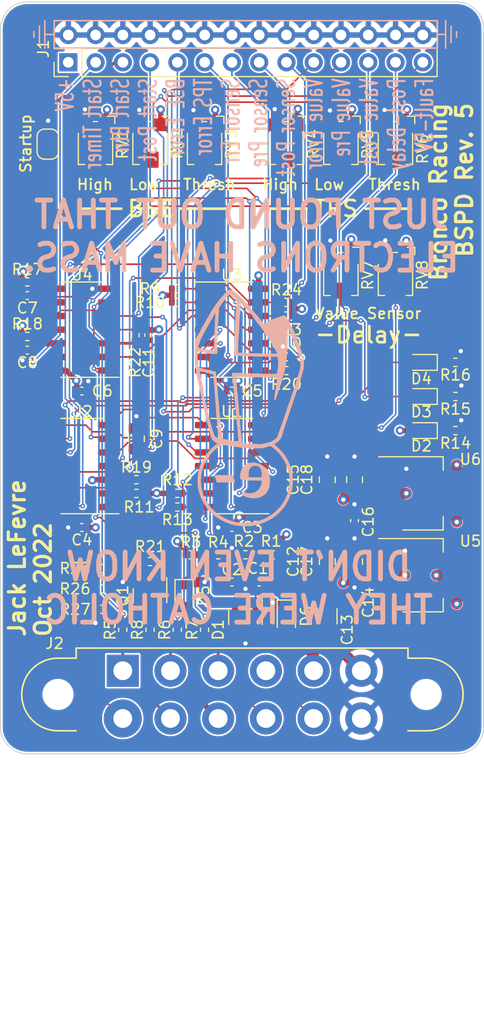
<source format=kicad_pcb>
(kicad_pcb (version 20211014) (generator pcbnew)
  (layers (0 "F.Cu" signal) (1 "In1.Cu" signal) (2 "In2.Cu" signal) (31 "B.Cu" signal) (34 "B.Paste" user) (35 "F.Paste" user) (36 "B.SilkS" user "B.Silkscreen") (37 "F.SilkS" user "F.Silkscreen") (38 "B.Mask" user) (39 "F.Mask" user) (44 "Edge.Cuts" user))
  (net 0 "")
  (net 1 "+12V")
  (net 2 "GND")
  (net 3 "BSE_in")
  (net 4 "TPS_in")
  (net 5 "+5V")
  (net 6 "Startup")
  (net 7 "/Value Pre-Delay")
  (net 8 "/Sensor Pre-Delay")
  (net 9 "Vin")
  (net 10 "Net-(D3-Pad1)")
  (net 11 "Net-(D4-Pad1)")
  (net 12 "Post-Delay")
  (net 13 "FAULT_INV")
  (net 14 "FAULT_12V")
  (net 15 "Sensor Error")
  (net 16 "Value Error")
  (net 17 "FAULT_5V")
  (net 18 "FAULT_3V3")
  (net 19 "Net-(Q1-Pad1)")
  (net 20 "Net-(R9-Pad1)")
  (net 21 "/Value Post-Delay")
  (net 22 "/Sensor Post-Delay")
  (net 23 "BSE_HIGH")
  (net 24 "BSE_LOW")
  (net 25 "BSE_THRESH")
  (net 26 "TPS_HIGH")
  (net 27 "TPS_LOW")
  (net 28 "TPS_THRESH")
  (net 29 "VALUE_DELAY")
  (net 30 "SENSOR_DELAY")
  (net 31 "Net-(C11-Pad2)")
  (net 32 "+5VE")
  (net 33 "Net-(D2-Pad1)")
  (net 34 "Startup button")
  (net 35 "Startup timer")
  (net 36 "BSE Error")
  (net 37 "TPS Error")
  (net 38 "/Startup post-delay")
  (net 39 "Net-(J2-Pad1)")
  (net 40 "Net-(J2-Pad2)")
  (net 41 "Net-(J2-Pad3)")
  (net 42 "Net-(J2-Pad11)")
  (net 43 "Net-(R10-Pad1)")
  (net 44 "Net-(R12-Pad1)")
  (net 45 "Net-(R13-Pad1)")
  (net 46 "Net-(R26-Pad2)")
  (footprint "Capacitor_SMD:C_0402_1005Metric" (layer "F.Cu") (at 114.995 109.835 180)
    (fp_text reference "C7")
    (fp_text value "1uF")
  )
  (footprint "Resistor_SMD:R_0402_1005Metric" (layer "F.Cu") (at 121.98 135.235)
    (fp_text reference "R25")
    (fp_text value "10k")
  )
  (footprint "Resistor_SMD:R_0402_1005Metric" (layer "F.Cu") (at 154.873 122.408 180)
    (fp_text reference "R14")
    (fp_text value "1k")
  )
  (footprint "Diode_SMD:D_SOD-323" (layer "F.Cu") (at 129.6 137.775 -90)
    (fp_text reference "D5")
    (fp_text value "D_Schottky")
  )
  (footprint "Capacitor_SMD:C_0402_1005Metric" (layer "F.Cu") (at 145.475 130.79 90)
    (fp_text reference "C16")
    (fp_text value "0.1uF")
  )
  (footprint "Capacitor_SMD:C_0402_1005Metric" (layer "F.Cu") (at 120.075 118.725)
    (fp_text reference "C6")
    (fp_text value "0.1uF")
  )
  (footprint "Package_SO:SOIC-14_3.9x8.7mm_P1.27mm" (layer "F.Cu") (at 134.045 113.01)
    (fp_text reference "U3")
    (fp_text value "74HC32")
  )
  (footprint "Resistor_SMD:R_0402_1005Metric" (layer "F.Cu") (at 125.155 126.98)
    (fp_text reference "R19")
    (fp_text value "100k")
  )
  (footprint "Resistor_SMD:R_0402_1005Metric" (layer "F.Cu") (at 128.965 109.2 180)
    (fp_text reference "R9")
    (fp_text value "10k")
  )
  (footprint "Package_TO_SOT_SMD:SOT-223-3_TabPin2" (layer "F.Cu") (at 151.825 135.87)
    (fp_text reference "U5")
    (fp_text value "AMS1117-5.0")
  )
  (footprint "Potentiometer_SMD:Potentiometer_Bourns_TC33X_Vertical" (layer "F.Cu") (at 144.205 95.738 -90)
    (fp_text reference "RV5")
    (fp_text value "10k")
  )
  (footprint "LED_SMD:LED_0603_1608Metric" (layer "F.Cu") (at 151.698 122.408 180)
    (fp_text reference "D2")
    (fp_text value "Green")
  )
  (footprint "Package_SO:SOIC-14_3.9x8.7mm_P1.27mm" (layer "F.Cu") (at 120.075 113.01 180)
    (fp_text reference "U4")
    (fp_text value "74HC02")
  )
  (footprint "Resistor_SMD:R_0402_1005Metric" (layer "F.Cu") (at 128.965 140.95 90)
    (fp_text reference "R6")
    (fp_text value "1k")
  )
  (footprint "Capacitor_SMD:C_0805_2012Metric" (layer "F.Cu") (at 142.935 134.6 90)
    (fp_text reference "C12")
    (fp_text value "10uF")
  )
  (footprint "Diode_SMD:D_SOD-323" (layer "F.Cu") (at 139.125 139.68 -90)
    (fp_text reference "D6")
    (fp_text value "D_Schottky")
  )
  (footprint "Capacitor_SMD:C_0805_2012Metric" (layer "F.Cu") (at 145.475 134.6 90)
    (fp_text reference "C17")
    (fp_text value "10uF")
  )
  (footprint "Capacitor_SMD:C_0402_1005Metric" (layer "F.Cu") (at 120.075 131.425 180)
    (fp_text reference "C4")
    (fp_text value "0.1uF")
  )
  (footprint "Resistor_SMD:R_0402_1005Metric" (layer "F.Cu") (at 125.028 113.518 -90)
    (fp_text reference "R22")
    (fp_text value "1k")
  )
  (footprint "Resistor_SMD:R_0402_1005Metric" (layer "F.Cu") (at 139.125 116.82)
    (fp_text reference "R20")
    (fp_text value "100k")
  )
  (footprint "Resistor_SMD:R_0402_1005Metric" (layer "F.Cu") (at 114.995 108.565)
    (fp_text reference "R17")
    (fp_text value "100k")
  )
  (footprint "Resistor_SMD:R_0402_1005Metric" (layer "F.Cu") (at 126.425 134.6)
    (fp_text reference "R21")
    (fp_text value "1k")
  )
  (footprint "Resistor_SMD:R_0402_1005Metric" (layer "F.Cu") (at 121.98 139.045 180)
    (fp_text reference "R27")
    (fp_text value "10k")
  )
  (footprint "Package_TO_SOT_SMD:SOT-23" (layer "F.Cu") (at 135.315 139.807 -90)
    (fp_text reference "D1")
    (fp_text value "SP0502BAHT")
  )
  (footprint "Resistor_SMD:R_0402_1005Metric" (layer "F.Cu") (at 139.125 111.74)
    (fp_text reference "R23")
    (fp_text value "10k")
  )
  (footprint "Resistor_SMD:R_0402_1005Metric" (layer "F.Cu") (at 114.995 113.645)
    (fp_text reference "R18")
    (fp_text value "100k")
  )
  (footprint "Potentiometer_SMD:Potentiometer_Bourns_TC33X_Vertical" (layer "F.Cu") (at 144.205 107.93 -90)
    (fp_text reference "RV7")
    (fp_text value "10k")
  )
  (footprint "Resistor_SMD:R_0402_1005Metric" (layer "F.Cu") (at 126.425 140.95 90)
    (fp_text reference "R8")
    (fp_text value "1k")
  )
  (footprint "Potentiometer_SMD:Potentiometer_Bourns_TC33X_Vertical" (layer "F.Cu") (at 131.505 95.738 -90)
    (fp_text reference "RV3")
    (fp_text value "10k")
  )
  (footprint "Capacitor_SMD:C_0402_1005Metric" (layer "F.Cu") (at 114.995 114.915 180)
    (fp_text reference "C8")
    (fp_text value "1uF")
  )
  (footprint "Potentiometer_SMD:Potentiometer_Bourns_TC33X_Vertical" (layer "F.Cu") (at 149.285 107.93 -90)
    (fp_text reference "RV8")
    (fp_text value "10k")
  )
  (footprint "Capacitor_SMD:C_0402_1005Metric" (layer "F.Cu") (at 126.298 113.518 -90)
    (fp_text reference "C11")
    (fp_text value "1uF")
  )
  (footprint "Connector_PinHeader_2.54mm:PinHeader_2x14_P2.54mm_Vertical" (layer "F.Cu") (at 118.815 88.123 90)
    (fp_text reference "J1")
    (fp_text value "Test header")
  )
  (footprint "Package_TO_SOT_SMD:SOT-23" (layer "F.Cu") (at 126.425 137.775 -90)
    (fp_text reference "Q1")
    (fp_text value "AO3400A")
  )
  (footprint "Package_SO:SOIC-14_3.9x8.7mm_P1.27mm" (layer "F.Cu") (at 134.045 125.71 180)
    (fp_text reference "U1")
    (fp_text value "LM339")
  )
  (footprint "LED_SMD:LED_0603_1608Metric" (layer "F.Cu") (at 151.698 119.233 180)
    (fp_text reference "D3")
    (fp_text value "Yellow")
  )
  (footprint "Resistor_SMD:R_0402_1005Metric" (layer "F.Cu") (at 135.315 133.965 180)
    (fp_text reference "R2")
    (fp_text value "100k")
  )
  (footprint "Potentiometer_SMD:Potentiometer_Bourns_TC33X_Vertical" (layer "F.Cu") (at 139.125 95.738 -90)
    (fp_text reference "RV4")
    (fp_text value "10k")
  )
  (footprint "Potentiometer_SMD:Potentiometer_Bourns_TC33X_Vertical" (layer "F.Cu") (at 126.425 95.738 -90)
    (fp_text reference "RV2")
    (fp_text value "10k")
  )
  (footprint "Resistor_SMD:R_0402_1005Metric" (layer "F.Cu") (at 128.965 129.52 180)
    (fp_text reference "R13")
    (fp_text value "10k")
  )
  (footprint "Capacitor_SMD:C_0402_1005Metric" (layer "F.Cu") (at 136.585 136.505 180)
    (fp_text reference "C1")
    (fp_text value "0.1uF")
  )
  (footprint "Capacitor_SMD:C_0402_1005Metric" (layer "F.Cu") (at 134.045 131.425 180)
    (fp_text reference "C3")
    (fp_text value "0.1uF")
  )
  (footprint "Package_SO:SOIC-14_3.9x8.7mm_P1.27mm" (layer "F.Cu") (at 120.075 125.71 180)
    (fp_text reference "U2")
    (fp_text value "LM339")
  )
  (footprint "Potentiometer_SMD:Potentiometer_Bourns_TC33X_Vertical" (layer "F.Cu") (at 149.285 95.738 -90)
    (fp_text reference "RV6")
    (fp_text value "10k")
  )
  (footprint "Resistor_SMD:R_0402_1005Metric" (layer "F.Cu") (at 123.885 140.95 90)
    (fp_text reference "R5")
    (fp_text value "1k")
  )
  (footprint "Resistor_SMD:R_0402_1005Metric" (layer "F.Cu") (at 131.505 140.95 90)
    (fp_text reference "R7")
    (fp_text value "1k")
  )
  (footprint "Resistor_SMD:R_0402_1005Metric" (layer "F.Cu") (at 132.775 133.965)
    (fp_text reference "R4")
    (fp_text value "100k")
  )
  (footprint "Resistor_SMD:R_0402_1005Metric" (layer "F.Cu") (at 121.98 137.14)
    (fp_text reference "R26")
    (fp_text value "10k")
  )
  (footprint "Jumper:SolderJumper-2_P1.3mm_Open_RoundedPad1.0x1.5mm" (layer "F.Cu") (at 116.9 95.738 90)
    (fp_text reference "JP1" hide)
    (fp_text value "SolderJumper_2_Open")
  )
  (footprint "Connector:DTF13-12Px" (layer "F.Cu") (at 123.885 144.76)
    (fp_text reference "J2")
    (fp_text value "Conn_02x06_Counter_Clockwise")
  )
  (footprint "Resistor_SMD:R_0402_1005Metric" (layer "F.Cu") (at 137.855 133.965 180)
    (fp_text reference "R1")
    (fp_text value "100k")
  )
  (footprint "Resistor_SMD:R_0402_1005Metric" (layer "F.Cu") (at 125.155 128.25)
    (fp_text reference "R11")
    (fp_text value "10k")
  )
  (footprint "Resistor_SMD:R_0402_1005Metric" (layer "F.Cu") (at 130.235 133.965)
    (fp_text reference "R3")
    (fp_text value "100k")
  )
  (footprint "Potentiometer_SMD:Potentiometer_Bourns_TC33X_Vertical" (layer "F.Cu") (at 121.345 95.738 -90)
    (fp_text reference "RV1")
    (fp_text value "10k")
  )
  (footprint "LED_SMD:LED_0603_1608Metric" (layer "F.Cu") (at 151.698 116.058 180)
    (fp_text reference "D4")
    (fp_text value "Red")
  )
  (footprint "Capacitor_SMD:C_0402_1005Metric" (layer "F.Cu") (at 145.475 138.41 90)
    (fp_text reference "C14")
    (fp_text value "0.1uF")
  )
  (footprint "Capacitor_SMD:C_0805_2012Metric" (layer "F.Cu") (at 145.475 126.98 90)
    (fp_text reference "C18")
    (fp_text value "10uF")
  )
  (footprint "Resistor_SMD:R_0402_1005Metric" (layer "F.Cu") (at 128.965 110.47 180)
    (fp_text reference "R10")
    (fp_text value "10k")
  )
  (footprint "Resistor_SMD:R_0402_1005Metric" (layer "F.Cu") (at 139.125 110.47)
    (fp_text reference "R24")
    (fp_text value "10k")
  )
  (footprint "Capacitor_SMD:C_1206_3216Metric" (layer "F.Cu") (at 142.935 139.68 -90)
    (fp_text reference "C13")
    (fp_text value "100uF")
  )
  (footprint "Capacitor_SMD:C_0402_1005Metric" (layer "F.Cu") (at 134.045 136.505)
    (fp_text reference "C2")
    (fp_text value "0.1uF")
  )
  (footprint "Capacitor_SMD:C_0805_2012Metric" (layer "F.Cu") (at 142.935 126.98 90)
    (fp_text reference "C15")
    (fp_text value "10uF")
  )
  (footprint "Capacitor_SMD:C_0805_2012Metric" (layer "F.Cu") (at 125.155 123.17 90)
    (fp_text reference "C9")
    (fp_text value "10uF")
  )
  (footprint "Resistor_SMD:R_0402_1005Metric" (layer "F.Cu") (at 128.965 128.25 180)
    (fp_text reference "R12")
    (fp_text value "10k")
  )
  (footprint "Capacitor_SMD:C_0402_1005Metric" (layer "F.Cu") (at 134.045 118.725 180)
    (fp_text reference "C5")
    (fp_text value "0.1uF")
  )
  (footprint "Resistor_SMD:R_0402_1005Metric" (layer "F.Cu") (at 154.873 119.233 180)
    (fp_text reference "R15")
    (fp_text value "1k")
  )
  (footprint "Package_TO_SOT_SMD:SOT-223-3_TabPin2" (layer "F.Cu") (at 151.825 128.25)
    (fp_text reference "U6")
    (fp_text value "AMS1117-5.0")
  )
  (footprint "Capacitor_SMD:C_0402_1005Metric" (layer "F.Cu") (at 139.125 115.55 180)
    (fp_text reference "C10")
    (fp_text value "1uF")
  )
  (footprint "Resistor_SMD:R_0402_1005Metric" (layer "F.Cu") (at 154.873 116.058 180)
    (fp_text reference "R16")
    (fp_text value "1k")
  )
  (footprint "LOGO" (layer "B.Cu") (at 135.676 120.326 180)
    (fp_text reference "G***" hide)
    (fp_text value "LOGO" hide)
  )
  (gr_line (start 116.118 84.766) (end 116.118 86.29) (layer "B.SilkS") (width 0.15))
  (gr_line (start 154.472 86.29) (end 154.472 84.766) (layer "B.SilkS") (width 0.15))
  (gr_line (start 115.61 85.274) (end 115.61 85.782) (layer "B.SilkS") (width 0.15))
  (gr_line (start 153.202 85.524) (end 153.964 85.528) (layer "B.SilkS") (width 0.15))
  (gr_line (start 153.964 86.798) (end 153.964 84.258) (layer "B.SilkS") (width 0.15))
  (gr_rect (start 117.5 84.25) (end 153.202 86.798) (layer "B.SilkS") (width 0.15) (fill none))
  (gr_line (start 116.626 84.258) (end 116.626 86.798) (layer "B.SilkS") (width 0.15))
  (gr_line (start 154.98 85.782) (end 154.98 85.274) (layer "B.SilkS") (width 0.15))
  (gr_line (start 117.388 85.532) (end 116.626 85.528) (layer "B.SilkS") (width 0.15))
  (gr_line (start 142.1875 113.5) (end 143.3125 113.5) (layer "F.SilkS") (width 0.25))
  (gr_line (start 129.25 101.75) (end 133.5 101.75) (layer "F.SilkS") (width 0.25))
  (gr_line (start 123.75 101.75) (end 120 101.75) (layer "F.SilkS") (width 0.25))
  (gr_line (start 146.5 101.75) (end 150.75 101.75) (layer "F.SilkS") (width 0.25))
  (gr_line (start 150.25 113.5) (end 151.375 113.5) (layer "F.SilkS") (width 0.25))
  (gr_line (start 141 101.75) (end 137.25 101.75) (layer "F.SilkS") (width 0.25))
  (gr_line (start 155 82.5) (end 115 82.5) (layer "Edge.Cuts") (width 0.1))
  (gr_arc (start 155 82.5) (mid 156.767767 83.232233) (end 157.5 85) (layer "Edge.Cuts") (width 0.1))
  (gr_arc (start 112.5 85) (mid 113.232233 83.232233) (end 115 82.5) (layer "Edge.Cuts") (width 0.1))
  (gr_line (start 157.5 150) (end 157.5 85) (layer "Edge.Cuts") (width 0.1))
  (gr_arc (start 157.5 150) (mid 156.767767 151.767767) (end 155 152.5) (layer "Edge.Cuts") (width 0.1))
  (gr_arc (start 115 152.5) (mid 113.232233 151.767767) (end 112.5 150) (layer "Edge.Cuts") (width 0.1))
  (gr_line (start 115 152.5) (end 155 152.5) (layer "Edge.Cuts") (width 0.1))
  (gr_line (start 112.5 85) (end 112.5 150) (layer "Edge.Cuts") (width 0.1))
  (gr_text "JUST FOUND OUT THAT\nELECTRONS HAVE MASS." (at 134.914 104.324) (layer "B.SilkS") (effects (font (size 2.5 2.25) (thickness 0.45)) (justify mirror)))
  (gr_text "+5V\nStart Timer\nStart Btn\nStart Post\nBSE Error\nTPS Error\nSensor Err\nSensor Pre\nSensor Post\nValue Error\nValue Pre\nValue Post\nPost-Delay\nFault-5V" (at 135.25 89.5 90) (layer "B.SilkS") (effects (font (size 1.6 1) (thickness 0.2)) (justify left mirror)))
  (gr_text "DIDN'T EVEN KNOW\nTHEY WERE CATHOLIC" (at 134.66 137.09) (layer "B.SilkS") (effects (font (size 2.5 2.25) (thickness 0.45)) (justify mirror)))
  (gr_text "BSE" (at 126.5 101.75) (layer "F.SilkS") (effects (font (size 1.5 1.5) (thickness 0.25))))
  (gr_text "Delay" (at 146.75 113.5) (layer "F.SilkS") (effects (font (size 1.5 1.5) (thickness 0.25))))
  (gr_text "High  Low   Thresh" (at 144.25 99.5) (layer "F.SilkS") (effects (font (size 1 1) (thickness 0.175))))
  (gr_text "Value Sensor" (at 146.75 111.5) (layer "F.SilkS") (effects (font (size 1 1) (thickness 0.175))))
  (gr_text "Startup" (at 114.848 95.688 90) (layer "F.SilkS") (effects (font (size 1 1) (thickness 0.175))))
  (gr_text "Bronco Racing\nBSPD Rev. 5" (at 154.5 91.75 90) (layer "F.SilkS") (effects (font (size 1.5 1.5) (thickness 0.3)) (justify right)))
  (gr_text "TPS" (at 143.75 101.75) (layer "F.SilkS") (effects (font (size 1.5 1.5) (thickness 0.25))))
  (gr_text "Jack LeFevre\nOct 2022" (at 115.25 141.75 90) (layer "F.SilkS") (effects (font (size 1.5 1.5) (thickness 0.3)) (justify left)))
  (gr_text "High  Low   Thresh" (at 127 99.5) (layer "F.SilkS") (effects (font (size 1 1) (thickness 0.175))))
  (segment (start 145.475 131.27) (end 147.955 131.27) (width 1) (layer "F.Cu") (net 1))
  (segment (start 141.56 134.272792) (end 142.837208 135.55) (width 1) (layer "F.Cu") (net 1))
  (segment (start 138.075 138.63) (end 137.855 138.41) (width 1) (layer "F.Cu") (net 1))
  (segment (start 147.955 138.89) (end 148.675 138.17) (width 1) (layer "F.Cu") (net 1))
  (segment (start 141.56 130.572229) (end 141.56 134.272792) (width 1) (layer "F.Cu") (net 1))
  (segment (start 129.82 136.505) (end 129.6 136.725) (width 1) (layer "F.Cu") (net 1))
  (segment (start 145.475 138.89) (end 147.955 138.89) (width 1) (layer "F.Cu") (net 1))
  (segment (start 142.935 129.197229) (end 142.935 127.93) (width 1) (layer "F.Cu") (net 1))
  (segment (start 131.505 136.505) (end 129.82 136.505) (width 1) (layer "F.Cu") (net 1))
  (segment (start 142.51 138.63) (end 142.935 138.205) (width 1) (layer "F.Cu") (net 1))
  (segment (start 139.125 138.63) (end 138.075 138.63) (width 1) (layer "F.Cu") (net 1))
  (segment (start 142.935 129.197229) (end 141.56 130.572229) (width 1) (layer "F.Cu") (net 1))
  (segment (start 142.935 138.205) (end 142.935 135.55) (width 1) (layer "F.Cu") (net 1))
  (segment (start 147.955 131.27) (end 148.675 130.55) (width 1) (layer "F.Cu") (net 1))
  (segment (start 139.125 138.63) (end 142.51 138.63) (width 1) (layer "F.Cu") (net 1))
  (segment (start 145.475 131.27) (end 145.007771 131.27) (width 1) (layer "F.Cu") (net 1))
  (segment (start 142.935 138.205) (end 143.62 138.89) (width 1) (layer "F.Cu") (net 1))
  (segment (start 143.62 138.89) (end 145.475 138.89) (width 1) (layer "F.Cu") (net 1))
  (segment (start 145.007771 131.27) (end 142.935 129.197229) (width 1) (layer "F.Cu") (net 1))
  (via (at 137.855 138.41) (size 0.8) (drill 0.4) (layers "F.Cu" "B.Cu") (net 1))
  (via (at 131.505 136.505) (size 0.8) (drill 0.4) (layers "F.Cu" "B.Cu") (net 1))
  (segment (start 131.505 137.775) (end 131.505 136.505) (width 1) (layer "B.Cu") (net 1))
  (segment (start 132.14 138.41) (end 131.505 137.775) (width 1) (layer "B.Cu") (net 1))
  (segment (start 137.855 138.41) (end 132.14 138.41) (width 1) (layer "B.Cu") (net 1))
  (segment (start 148.285 93.938) (end 148.285 92.58) (width 0.5) (layer "F.Cu") (net 2))
  (segment (start 125.425 92.56) (end 125.423 92.558) (width 0.5) (layer "F.Cu") (net 2))
  (segment (start 155.383 116.058) (end 155.383 115.018) (width 0.5) (layer "F.Cu") (net 2))
  (segment (start 132.945 131.255) (end 132.945 127.47) (width 0.5) (layer "F.Cu") (net 2))
  (segment (start 120.555 117.92) (end 120.675 117.8) (width 0.5) (layer "F.Cu") (net 2))
  (segment (start 134.045 133.965) (end 133.285 133.965) (width 0.5) (layer "F.Cu") (net 2))
  (segment (start 133.565 118.725) (end 133.565 117.79) (width 0.5) (layer "F.Cu") (net 2))
  (segment (start 133.565 131.425) (end 132.775 131.425) (width 0.5) (layer "F.Cu") (net 2))
  (segment (start 135.315 136.505) (end 135.315 137.14) (width 0.5) (layer "F.Cu") (net 2))
  (segment (start 117.117183 126.98) (end 116.225 127.872183) (width 0.5) (layer "F.Cu") (net 2))
  (segment (start 142.935 126.03) (end 148.595 126.03) (width 1) (layer "F.Cu") (net 2))
  (segment (start 116.225 127.872183) (end 116.225 129.9) (width 0.5) (layer "F.Cu") (net 2))
  (segment (start 134.525 136.505) (end 135.315 136.505) (width 0.5) (layer "F.Cu") (net 2))
  (segment (start 119.595 131.425) (end 118.805 131.425) (width 0.5) (layer "F.Cu") (net 2))
  (segment (start 130.505 93.938) (end 130.505 92.61) (width 0.5) (layer "F.Cu") (net 2))
  (segment (start 143.205 106.13) (end 143.205 104.736) (width 0.5) (layer "F.Cu") (net 2))
  (segment (start 138.125 93.938) (end 138.125 92.56) (width 0.5) (layer "F.Cu") (net 2))
  (segment (start 138.645 114.736) (end 138.803 114.578) (width 0.5) (layer "F.Cu") (net 2))
  (segment (start 143.205 92.63) (end 143.183 92.608) (width 0.5) (layer "F.Cu") (net 2))
  (segment (start 133.565 117.79) (end 133.475 117.7) (width 0.5) (layer "F.Cu") (net 2))
  (segment (start 124.2175 136.8375) (end 123.885 136.505) (width 1) (layer "F.Cu") (net 2))
  (segment (start 142.935 133.65) (end 142.935 132.441) (width 1) (layer "F.Cu") (net 2))
  (segment (start 135.315 136.505) (end 136.105 136.505) (width 0.5) (layer "F.Cu") (net 2))
  (segment (start 133.475 117.7) (end 132.45 117.7) (width 0.5) (layer "F.Cu") (net 2))
  (segment (start 148.675 125.95) (end 150.287 125.95) (width 1) (layer "F.Cu") (net 2))
  (segment (start 132.45 117.7) (end 131.57 116.82) (width 0.5) (layer "F.Cu") (net 2))
  (segment (start 132.775 131.425) (end 132.945 131.255) (width 0.5) (layer "F.Cu") (net 2))
  (segment (start 116.225 129.9) (end 117.75 131.425) (width 0.5) (layer "F.Cu") (net 2))
  (segment (start 125.155 121.07) (end 125.153 121.068) (width 0.5) (layer "F.Cu") (net 2))
  (segment (start 138.125 92.56) (end 138.043 92.478) (width 0.5) (layer "F.Cu") (net 2))
  (segment (start 155.383 121.478) (end 155.413 121.448) (width 0.5) (layer "F.Cu") (net 2))
  (segment (start 121.47 140.19) (end 121.345 140.315) (width 0.5) (layer "F.Cu") (net 2))
  (segment (start 114.515 115.83) (end 114.543 115.858) (width 0.5) (layer "F.Cu") (net 2))
  (segment (start 155.383 122.408) (end 155.383 121.478) (width 0.5) (layer "F.Cu") (net 2))
  (segment (start 155.383 118.248) (end 155.423 118.208) (width 0.5) (layer "F.Cu") (net 2))
  (segment (start 138.645 115.55) (end 138.645 114.736) (width 0.5) (layer "F.Cu") (net 2))
  (segment (start 150.287 125.95) (end 150.301 125.964) (width 1) (layer "F.Cu") (net 2))
  (segment (start 145.475 130.31) (end 145.475 129.266) (width 0.5) (layer "F.Cu") (net 2))
  (segment (start 114.515 114.915) (end 114.515 115.83) (width 0.5) (layer "F.Cu") (net 2))
  (segment (start 142.935 133.65) (end 148.595 133.65) (width 1) (layer "F.Cu") (net 2))
  (segment (start 125.425 93.938) (end 125.425 92.56) (width 0.5) (layer "F.Cu") (net 2))
  (segment (start 130.505 92.61) (end 130.473 92.578) (width 0.5) (layer "F.Cu") (net 2))
  (segment (start 120.345 93.938) (end 120.345 92.526) (width 0.5) (layer "F.Cu") (net 2))
  (segment (start 132.945 127.47) (end 132.455 126.98) (width 0.5) (layer "F.Cu") (net 2))
  (segment (start 135.315 140.7445) (end 135.315 142.22) (width 0.5) (layer "F.Cu") (net 2))
  (segment (start 145.475 133.65) (end 145.475 132.441) (width 0.5) (layer "F.Cu") (net 2))
  (segment (start 148.285 106.13) (end 148.285 104.756) (width 0.5) (layer "F.Cu") (net 2))
  (segment (start 143.205 104.736) (end 143.223 104.718) (width 0.5) (layer "F.Cu") (net 2))
  (segment (start 117.75 131.425) (end 118.805 131.425) (width 0.5) (layer "F.Cu") (net 2))
  (segment (start 132.455 126.98) (end 131.57 126.98) (width 0.5) (layer "F.Cu") (net 2))
  (segment (start 116.9 93.591) (end 116.933 93.558) (width 0.5) (layer "F.Cu") (net 2))
  (segment (start 150.16 133.57) (end 150.174 133.584) (width 1) (layer "F.Cu") (net 2))
  (segment (start 120.555 118.725) (end 120.555 117.92) (width 0.5) (layer "F.Cu") (net 2))
  (segment (start 142.935 126.03) (end 142.935 124.821) (width 1) (layer "F.Cu") (net 2))
  (segment (start 155.383 115.018) (end 155.373 115.008) (width 0.5) (layer "F.Cu") (net 2))
  (segment (start 155.383 119.233) (end 155.383 118.248) (width 0.5) (layer "F.Cu") (net 2))
  (segment (start 134.045 133.965) (end 134.045 133.33) (width 0.5) (layer "F.Cu") (net 2))
  (segment (start 125.155 122.22) (end 125.155 121.07) (width 0.5) (layer "F.Cu") (net 2))
  (segment (start 148.285 92.58) (end 148.263 92.558) (width 0.5) (layer "F.Cu") (net 2))
  (segment (start 143.205 93.938) (end 143.205 92.63) (width 0.5) (layer "F.Cu") (net 2))
  (segment (start 148.285 104.756) (end 148.343 104.698) (width 0.5) (layer "F.Cu") (net 2))
  (segment (start 125.475 136.8375) (end 124.2175 136.8375) (width 1) (layer "F.Cu") (net 2))
  (segment (start 116.9 95.088) (end 116.9 93.591) (width 0.5) (layer "F.Cu") (net 2))
  (segment (start 142.935 141.585) (end 146.11 144.76) (width 1) (layer "F.Cu") (net 2))
  (segment (start 145.475 137.93) (end 145.475 137.013) (width 0.5) (layer "F.Cu") (net 2))
  (segment (start 121.47 139.045) (end 121.47 140.19) (width 0.5) (layer "F.Cu") (net 2))
  (segment (start 134.805 133.965) (end 134.045 133.965) (width 0.5) (layer "F.Cu") (net 2))
  (segment (start 142.935 141.155) (end 142.935 141.585) (width 1) (layer "F.Cu") (net 2))
  (segment (start 148.675 133.57) (end 150.16 133.57) (width 1) (layer "F.Cu") (net 2))
  (segment (start 122.55 109.2) (end 121.05 109.2) (width 0.5) (layer "F.Cu") (net 2))
  (segment (start 145.475 126.03) (end 145.475 124.821) (width 0.5) (layer "F.Cu") (net 2))
  (segment (start 120.345 92.526) (end 120.363 92.508) (width 0.5) (layer "F.Cu") (net 2))
  (via (at 116.933 93.558) (size 0.8) (drill 0.4) (layers "F.Cu" "B.Cu") (net 2))
  (via (at 134.045 133.33) (size 0.8) (drill 0.4) (layers "F.Cu" "B.Cu") (net 2))
  (via (at 155.423 118.208) (size 0.8) (drill 0.4) (layers "F.Cu" "B.Cu") (net 2))
  (via (at 150.174 133.584) (size 0.8) (drill 0.4) (layers "F.Cu" "B.Cu") (net 2))
  (via (at 125.153 121.068) (size 0.8) (drill 0.4) (layers "F.Cu" "B.Cu") (net 2))
  (via (at 155.373 115.008) (size 0.8) (drill 0.4) (layers "F.Cu" "B.Cu") (net 2))
  (via (at 145.475 137.013) (size 0.8) (drill 0.4) (layers "F.Cu" "B.Cu") (net 2))
  (via (at 148.343 104.698) (size 0.8) (drill 0.4) (layers "F.Cu" "B.Cu") (net 2))
  (via (at 142.935 132.441) (size 0.8) (drill 0.4) (layers "F.Cu" "B.Cu") (net 2))
  (via (at 138.803 114.578) (size 0.8) (drill 0.4) (layers "F.Cu" "B.Cu") (net 2))
  (via (at 145.475 132.441) (size 0.8) (drill 0.4) (layers "F.Cu" "B.Cu") (net 2))
  (via (at 138.043 92.478) (size 0.8) (drill 0.4) (layers "F.Cu" "B.Cu") (net 2))
  (via (at 125.423 92.558) (size 0.8) (drill 0.4) (layers "F.Cu" "B.Cu") (net 2))
  (via (at 150.301 125.964) (size 0.8) (drill 0.4) (layers "F.Cu" "B.Cu") (net 2))
  (via (at 133.475 117.7) (size 0.8) (drill 0.4) (layers "F.Cu" "B.Cu") (net 2))
  (via (at 135.315 137.14) (size 0.8) (drill 0.4) (layers "F.Cu" "B.Cu") (net 2))
  (via (at 155.413 121.448) (size 0.8) (drill 0.4) (layers "F.Cu" "B.Cu") (net 2))
  (via (at 120.675 117.8) (size 0.8) (drill 0.4) (layers "F.Cu" "B.Cu") (net 2))
  (via (at 132.775 131.425) (size 0.8) (drill 0.4) (layers "F.Cu" "B.Cu") (net 2))
  (via (at 123.885 136.505) (size 0.8) (drill 0.4) (layers "F.Cu" "B.Cu") (net 2))
  (via (at 130.473 92.578) (size 0.8) (drill 0.4) (layers "F.Cu" "B.Cu") (net 2))
  (via (at 148.263 92.558) (size 0.8) (drill 0.4) (layers "F.Cu" "B.Cu") (net 2))
  (via (at 145.475 124.821) (size 0.8) (drill 0.4) (layers "F.Cu" "B.Cu") (net 2))
  (via (at 121.345 140.315) (size 0.8) (drill 0.4) (layers "F.Cu" "B.Cu") (net 2))
  (via (at 135.315 142.22) (size 0.8) (drill 0.4) (layers "F.Cu" "B.Cu") (net 2))
  (via (at 121.05 109.2) (size 0.8) (drill 0.4) (layers "F.Cu" "B.Cu") (net 2))
  (via (at 142.935 124.821) (size 0.8) (drill 0.4) (layers "F.Cu" "B.Cu") (net 2))
  (via (at 145.475 129.266) (size 0.8) (drill 0.4) (layers "F.Cu" "B.Cu") (net 2))
  (via (at 143.183 92.608) (size 0.8) (drill 0.4) (layers "F.Cu" "B.Cu") (net 2))
  (via (at 114.543 115.858) (size 0.8) (drill 0.4) (layers "F.Cu" "B.Cu") (net 2))
  (via (at 120.363 92.508) (size 0.8) (drill 0.4) (layers "F.Cu" "B.Cu") (net 2))
  (via (at 118.805 131.425) (size 0.8) (drill 0.4) (layers "F.Cu" "B.Cu") (net 2))
  (via (at 143.223 104.718) (size 0.8) (drill 0.4) (layers "F.Cu" "B.Cu") (net 2))
  (segment (start 136.52 123.17) (end 136.52 124.111) (width 0.15) (layer "F.Cu") (net 3))
  (segment (start 124.500249 123.378) (end 129.00267 123.378) (width 0.15) (layer "F.Cu") (net 3))
  (segment (start 123.438249 124.44) (end 124.500249 123.378) (width 0.15) (layer "F.Cu") (net 3))
  (segment (start 136.91 133.965) (end 135.825 133.965) (width 0.15) (layer "F.Cu") (net 3))
  (segment (start 135.962 124.998) (end 136.52 124.44) (width 0.15) (layer "F.Cu") (net 3))
  (segment (start 139.125 146.665) (end 139.125 142.855) (width 0.15) (layer "F.Cu") (net 3))
  (segment (start 136.265 138.8695) (end 136.265 137.305) (width 0.15) (layer "F.Cu") (net 3))
  (segment (start 138.375 130.089569) (end 138.375 126.05967) (width 0.15) (layer "F.Cu") (net 3))
  (segment (start 136.265 139.995) (end 136.265 138.8695) (width 0.15) (layer "F.Cu") (net 3))
  (segment (start 138.375 126.05967) (end 136.75533 124.44) (width 0.15) (layer "F.Cu") (net 3))
  (segment (start 136.52 124.111) (end 136.503 124.128) (width 0.15) (layer "F.Cu") (net 3))
  (segment (start 136.265 137.305) (end 137.065 136.505) (width 0.15) (layer "F.Cu") (net 3))
  (segment (start 129.00267 123.378) (end 130.62267 124.998) (width 0.15) (layer "F.Cu") (net 3))
  (segment (start 139.125 142.855) (end 136.265 139.995) (width 0.15) (layer "F.Cu") (net 3))
  (segment (start 137.22 133.965) (end 137.065 134.12) (width 0.15) (layer "F.Cu") (net 3))
  (segment (start 141.665 149.205) (end 139.125 146.665) (width 0.15) (layer "F.Cu") (net 3))
  (segment (start 130.62267 124.998) (end 135.962 124.998) (width 0.15) (layer "F.Cu") (net 3))
  (segment (start 136.503 124.128) (end 136.503 124.423) (width 0.15) (layer "F.Cu") (net 3))
  (segment (start 137.065 136.505) (end 137.065 134.12) (width 0.15) (layer "F.Cu") (net 3))
  (segment (start 137.065 134.12) (end 136.91 133.965) (width 0.15) (layer "F.Cu") (net 3))
  (segment (start 135.825 133.965) (end 135.825 132.639569) (width 0.15) (layer "F.Cu") (net 3))
  (segment (start 135.825 132.639569) (end 138.375 130.089569) (width 0.15) (layer "F.Cu") (net 3))
  (segment (start 135.315 147.3) (end 135.315 143.49) (width 0.15) (layer "F.Cu") (net 4))
  (segment (start 125.411884 120.443) (end 126.166884 121.198) (width 0.15) (layer "F.Cu") (net 4))
  (segment (start 137.22 149.205) (end 135.315 147.3) (width 0.15) (layer "F.Cu") (net 4))
  (segment (start 132.265 135.205) (end 132.265 133.965) (width 0.15) (layer "F.Cu") (net 4))
  (segment (start 124.007 120.443) (end 125.411884 120.443) (width 0.15) (layer "F.Cu") (net 4))
  (segment (start 134.365 138.8695) (end 134.365 137.305) (width 0.15) (layer "F.Cu") (net 4))
  (segment (start 131.57 125.71) (end 132.941 125.71) (width 0.15) (layer "F.Cu") (net 4))
  (segment (start 132.941 125.71) (end 133.023 125.628) (width 0.15) (layer "F.Cu") (net 4))
  (segment (start 133.565 136.505) (end 132.265 135.205) (width 0.15) (layer "F.Cu") (net 4))
  (segment (start 132.915 121.9) (end 132.983 121.968) (width 0.15) (layer "F.Cu") (net 4))
  (segment (start 122.55 121.9) (end 124.007 120.443) (width 0.15) (layer "F.Cu") (net 4))
  (segment (start 131.57 121.9) (end 132.915 121.9) (width 0.15) (layer "F.Cu") (net 4))
  (segment (start 130.868 121.198) (end 131.57 121.9) (width 0.15) (layer "F.Cu") (net 4))
  (segment (start 126.166884 121.198) (end 130.868 121.198) (width 0.15) (layer "F.Cu") (net 4))
  (segment (start 132.265 133.965) (end 130.745 133.965) (width 0.15) (layer "F.Cu") (net 4))
  (segment (start 135.315 143.49) (end 134.365 142.54) (width 0.15) (layer "F.Cu") (net 4))
  (segment (start 132.265 132.26) (end 131.933 131.928) (width 0.15) (layer "F.Cu") (net 4))
  (segment (start 134.365 137.305) (end 133.565 136.505) (width 0.15) (layer "F.Cu") (net 4))
  (segment (start 134.365 142.54) (end 134.365 138.8695) (width 0.15) (layer "F.Cu") (net 4))
  (segment (start 132.265 133.965) (end 132.265 132.26) (width 0.15) (layer "F.Cu") (net 4))
  (via (at 133.023 125.628) (size 0.45) (drill 0.2) (layers "F.Cu" "B.Cu") (net 4))
  (via (at 131.933 131.928) (size 0.45) (drill 0.2) (layers "F.Cu" "B.Cu") (net 4))
  (via (at 132.983 121.968) (size 0.45) (drill 0.2) (layers "F.Cu" "B.Cu") (net 4))
  (segment (start 132.983 121.968) (end 132.983 125.588) (width 0.15) (layer "B.Cu") (net 4))
  (segment (start 131.933 131.928) (end 132.023 131.838) (width 0.15) (layer "B.Cu") (net 4))
  (segment (start 132.983 125.588) (end 133.023 125.628) (width 0.15) (layer "B.Cu") (net 4))
  (segment (start 132.023 131.838) (end 132.023 126.628) (width 0.15) (layer "B.Cu") (net 4))
  (segment (start 132.023 126.628) (end 133.023 125.628) (width 0.15) (layer "B.Cu") (net 4))
  (segment (start 134.525 130.675) (end 134.525 131.425) (width 0.5) (layer "F.Cu") (net 5))
  (segment (start 122.345 92.596) (end 122.423 92.518) (width 0.5) (layer "F.Cu") (net 5))
  (segment (start 128.455 129.52) (end 128.455 128.25) (width 0.5) (layer "F.Cu") (net 5))
  (segment (start 145.795 128.25) (end 145.475 127.93) (width 1) (layer "F.Cu") (net 5))
  (segment (start 127.025 128.25) (end 127.045 128.23) (width 0.5) (layer "F.Cu") (net 5))
  (segment (start 138.365 133.965) (end 138.365 132.82) (width 0.5) (layer "F.Cu") (net 5))
  (segment (start 114.485 113.645) (end 114.485 112.696) (width 0.5) (layer "F.Cu") (net 5))
  (segment (start 120.555 131.425) (end 121.345 131.425) (width 0.5) (layer "F.Cu") (net 5))
  (segment (start 154.975 130.892) (end 155 130.917) (width 1) (layer "F.Cu") (net 5))
  (segment (start 134.725 130.475) (end 134.525 130.675) (width 0.5) (layer "F.Cu") (net 5))
  (segment (start 145.205 106.13) (end 145.205 104.63) (width 0.5) (layer "F.Cu") (net 5))
  (segment (start 140.125 92.526) (end 140.193 92.458) (width 0.5) (layer "F.Cu") (net 5))
  (segment (start 136.533 107.968) (end 136.533 109.187) (width 0.5) (layer "F.Cu") (net 5))
  (segment (start 145.205 92.546) (end 145.253 92.498) (width 0.5) (layer "F.Cu") (net 5))
  (segment (start 121.091 126.98) (end 121.043 127.028) (width 0.5) (layer "F.Cu") (net 5))
  (segment (start 150.285 106.13) (end 150.285 104.736) (width 0.5) (layer "F.Cu") (net 5))
  (segment (start 125.665 128.25) (end 127.025 128.25) (width 0.5) (layer "F.Cu") (net 5))
  (segment (start 145.205 104.63) (end 145.173 104.598) (width 0.5) (layer "F.Cu") (net 5))
  (segment (start 128.455 109.81) (end 128.455 110.47) (width 0.5) (layer "F.Cu") (net 5))
  (segment (start 148.675 128.25) (end 150.301 128.25) (width 1) (layer "F.Cu") (net 5))
  (segment (start 132.505 93.938) (end 132.505 92.55) (width 0.5) (layer "F.Cu") (net 5))
  (segment (start 140.561 111.066) (end 140.573 111.078) (width 0.5) (layer "F.Cu") (net 5))
  (segment (start 114.485 112.696) (end 114.533 112.648) (width 0.5) (layer "F.Cu") (net 5))
  (segment (start 137.9 127.877183) (end 137.9 129.892817) (width 0.5) (layer "F.Cu") (net 5))
  (segment (start 154.975 125.608) (end 155 125.583) (width 1) (layer "F.Cu") (net 5))
  (segment (start 126.298 113.038) (end 127.203 113.038) (width 0.5) (layer "F.Cu") (net 5))
  (segment (start 139.635 110.47) (end 139.635 111.066) (width 0.5) (layer "F.Cu") (net 5))
  (segment (start 129.725 133.965) (end 129.725 133.455) (width 0.5) (layer "F.Cu") (net 5))
  (segment (start 137.317817 130.475) (end 134.725 130.475) (width 0.5) (layer "F.Cu") (net 5))
  (segment (start 127.425 92.53) (end 127.413 92.518) (width 0.5) (layer "F.Cu") (net 5))
  (segment (start 134.525 117.875) (end 134.65 117.75) (width 0.5) (layer "F.Cu") (net 5))
  (segment (start 137.002817 126.98) (end 137.9 127.877183) (width 0.5) (layer "F.Cu") (net 5))
  (segment (start 134.525 118.725) (end 134.525 117.875) (width 0.5) (layer "F.Cu") (net 5))
  (segment (start 128.455 109.2) (end 128.455 109.81) (width 0.5) (layer "F.Cu") (net 5))
  (segment (start 150.9105 122.408) (end 149.723 122.408) (width 0.5) (layer "F.Cu") (net 5))
  (segment (start 127.601 109.81) (end 127.593 109.818) (width 0.5) (layer "F.Cu") (net 5))
  (segment (start 145.326075 127.93) (end 144.425 128.831075) (width 1) (layer "F.Cu") (net 5))
  (segment (start 128.455 109.81) (end 127.601 109.81) (width 0.5) (layer "F.Cu") (net 5))
  (segment (start 122.55 126.98) (end 121.091 126.98) (width 0.5) (layer "F.Cu") (net 5))
  (segment (start 150.285 92.606) (end 150.373 92.518) (width 0.5) (layer "F.Cu") (net 5))
  (segment (start 114.485 108.565) (end 114.485 107.726) (width 0.5) (layer "F.Cu") (net 5))
  (segment (start 139.635 111.066) (end 139.635 111.74) (width 0.5) (layer "F.Cu") (net 5))
  (segment (start 118.62 116.82) (end 119.55 117.75) (width 0.5) (layer "F.Cu") (net 5))
  (segment (start 122.345 93.938) (end 122.345 92.596) (width 0.5) (layer "F.Cu") (net 5))
  (segment (start 139.635 111.066) (end 140.561 111.066) (width 0.5) (layer "F.Cu") (net 5))
  (segment (start 119.595 117.795) (end 119.55 117.75) (width 0.5) (layer "F.Cu") (net 5))
  (segment (start 140.125 93.938) (end 140.125 92.526) (width 0.5) (layer "F.Cu") (net 5))
  (segment (start 154.975 128.25) (end 154.975 125.608) (width 1) (layer "F.Cu") (net 5))
  (segment (start 138.365 132.82) (end 139.125 132.06) (width 0.5) (layer "F.Cu") (net 5))
  (segment (start 145.205 93.938) (end 145.205 92.546) (width 0.5) (layer "F.Cu") (net 5))
  (segment (start 132.505 92.55) (end 132.493 92.538) (width 0.5) (layer "F.Cu") (net 5))
  (segment (start 127.425 93.938) (end 127.425 92.53) (width 0.5) (layer "F.Cu") (net 5))
  (segment (start 150.285 104.736) (end 150.293 104.728) (width 0.5) (layer "F.Cu") (net 5))
  (segment (start 128.455 128.25) (end 127.065 128.25) (width 0.5) (layer "F.Cu") (net 5))
  (segment (start 127.065 128.25) (end 127.045 128.23) (width 0.5) (layer "F.Cu") (net 5))
  (segment (start 119.595 118.725) (end 119.595 117.795) (width 0.5) (layer "F.Cu") (net 5))
  (segment (start 149.723 122.408) (end 149.713 122.398) (width 0.5) (layer "F.Cu") (net 5))
  (segment (start 114.485 107.726) (end 114.613 107.598) (width 0.5) (layer "F.Cu") (net 5))
  (segment (start 127.203 113.038) (end 127.253 112.988) (width 0.5) (layer "F.Cu") (net 5))
  (segment (start 148.675 128.25) (end 145.795 128.25) (width 1) (layer "F.Cu") (net 5))
  (segment (start 117.6 116.82) (end 118.62 116.82) (width 0.5) (layer "F.Cu") (net 5))
  (segment (start 137.9 129.892817) (end 137.317817 130.475) (width 0.5) (layer "F.Cu") (net 5))
  (segment (start 129.725 133.455) (end 128.965 132.695) (width 0.5) (layer "F.Cu") (net 5))
  (segment (start 154.975 128.25) (end 154.975 130.892) (width 1) (layer "F.Cu") (net 5))
  (segment (start 150.285 93.938) (end 150.285 92.606) (width 0.5) (layer "F.Cu") (net 5))
  (via (at 121.345 131.425) (size 0.8) (drill 0.4) (layers "F.Cu" "B.Cu") (net 5))
  (via (at 150.293 104.728) (size 0.8) (drill 0.4) (layers "F.Cu" "B.Cu") (net 5))
  (via (at 144.425 128.831075) (size 0.8) (drill 0.4) (layers "F.Cu" "B.Cu") (net 5))
  (via (at 136.533 107.968) (size 0.8) (drill 0.4) (layers "F.Cu" "B.Cu") (net 5))
  (via (at 145.173 104.598) (size 0.8) (drill 0.4) (layers "F.Cu" "B.Cu") (net 5))
  (via (at 134.725 130.475) (size 0.8) (drill 0.4) (layers "F.Cu" "B.Cu") (net 5))
  (via (at 132.493 92.538) (size 0.8) (drill 0.4) (layers "F.Cu" "B.Cu") (net 5))
  (via (at 121.043 127.028) (size 0.8) (drill 0.4) (layers "F.Cu" "B.Cu") (net 5))
  (via (at 149.713 122.398) (size 0.8) (drill 0.4) (layers "F.Cu" "B.Cu") (net 5))
  (via (at 150.373 92.518) (size 0.8) (drill 0.4) (layers "F.Cu" "B.Cu") (net 5))
  (via (at 128.965 132.695) (size 0.8) (drill 0.4) (layers "F.Cu" "B.Cu") (net 5))
  (via (at 150.301 128.25) (size 0.8) (drill 0.4) (layers "F.Cu" "B.Cu") (net 5))
  (via (at 127.253 112.988) (size 0.8) (drill 0.4) (layers "F.Cu" "B.Cu") (net 5))
  (via (at 127.593 109.818) (size 0.8) (drill 0.4) (layers "F.Cu" "B.Cu") (net 5))
  (via (at 140.193 92.458) (size 0.8) (drill 0.4) (layers "F.Cu" "B.Cu") (net 5))
  (via (at 127.413 92.518) (size 0.8) (drill 0.4) (layers "F.Cu" "B.Cu") (net 5))
  (via (at 140.573 111.078) (size 0.8) (drill 0.4) (layers "F.Cu" "B.Cu") (net 5))
  (via (at 145.253 92.498) (size 0.8) (drill 0.4) (layers "F.Cu" "B.Cu") (net 5))
  (via (at 155 125.583) (size 0.8) (drill 0.4) (layers "F.Cu" "B.Cu") (net 5))
  (via (at 134.65 117.75) (size 0.8) (drill 0.4) (layers "F.Cu" "B.Cu") (net 5))
  (via (at 114.613 107.598) (size 0.8) (drill 0.4) (layers "F.Cu" "B.Cu") (net 5))
  (via (at 119.55 117.75) (size 0.8) (drill 0.4) (layers "F.Cu" "B.Cu") (net 5))
  (via (at 127.045 128.23) (size 0.8) (drill 0.4) (layers "F.Cu" "B.Cu") (net 5))
  (via (at 122.423 92.518) (size 0.8) (drill 0.4) (layers "F.Cu" "B.Cu") (net 5))
  (via (at 155 130.917) (size 0.8) (drill 0.4) (layers "F.Cu" "B.Cu") (net 5))
  (via (at 139.125 132.06) (size 0.8) (drill 0.4) (layers "F.Cu" "B.Cu") (net 5))
  (via (at 114.533 112.648) (size 0.8) (drill 0.4) (layers "F.Cu" "B.Cu") (net 5))
  (segment (start 116.051 110.37) (end 116.476 109.945) (width 0.15) (layer "F.Cu") (net 6))
  (segment (start 123.885 140.44) (end 123.885 139.536) (width 0.15) (layer "F.Cu") (net 6))
  (segment (start 116.476 109.945) (end 120.74 109.945) (width 0.15) (layer "F.Cu") (net 6))
  (segment (start 114.515 109.835) (end 115.05 110.37) (width 0.15) (layer "F.Cu") (net 6))
  (segment (start 123.885 139.536) (end 123.933 139.488) (width 0.15) (layer "F.Cu") (net 6))
  (segment (start 115.05 110.37) (end 116.051 110.37) (width 0.15) (layer "F.Cu") (net 6))
  (segment (start 120.74 109.945) (end 121.103 110.308) (width 0.15) (layer "F.Cu") (net 6))
  (segment (start 116.9 96.388) (end 116.9 100.945) (width 0.15) (layer "F.Cu") (net 6))
  (segment (start 116.9 100.945) (end 121.853 105.898) (width 0.15) (layer "F.Cu") (net 6))
  (via (at 121.103 110.308) (size 0.45) (drill 0.2) (layers "F.Cu" "B.Cu") (net 6))
  (via (at 123.933 139.488) (size 0.45) (drill 0.2) (layers "F.Cu" "B.Cu") (net 6))
  (via (at 121.853 105.898) (size 0.45) (drill 0.2) (layers "F.Cu" "B.Cu") (net 6))
  (segment (start 120.753 112.748) (end 120.753 110.658) (width 0.15) (layer "B.Cu") (net 6))
  (segment (start 121.97 137.525) (end 121.97 113.965) (width 0.15) (layer "B.Cu") (net 6))
  (segment (start 120.753 110.658) (end 121.103 110.308) (width 0.15) (layer "B.Cu") (net 6))
  (segment (start 121.853 109.558) (end 121.103 110.308) (width 0.15) (layer "B.Cu") (net 6))
  (segment (start 123.933 139.488) (end 121.97 137.525) (width 0.15) (layer "B.Cu") (net 6))
  (segment (start 121.97 113.965) (end 120.753 112.748) (width 0.15) (layer "B.Cu") (net 6))
  (segment (start 121.853 105.898) (end 121.853 109.558) (width 0.15) (layer "B.Cu") (net 6))
  (segment (start 125.155 124.61033) (end 123.51533 126.25) (width 0.15) (layer "F.Cu") (net 7))
  (segment (start 125.665 126.98) (end 125.665 124.63) (width 0.15) (layer "F.Cu") (net 7))
  (segment (start 123.51533 126.25) (end 118.14 126.25) (width 0.15) (layer "F.Cu") (net 7))
  (segment (start 125.155 124.12) (end 125.155 124.61033) (width 0.15) (layer "F.Cu") (net 7))
  (segment (start 125.665 124.63) (end 125.155 124.12) (width 0.15) (layer "F.Cu") (net 7))
  (segment (start 118.14 126.25) (end 117.6 125.71) (width 0.15) (layer "F.Cu") (net 7))
  (segment (start 127.753 90.898) (end 127.753 90.728) (width 0.15) (layer "F.Cu") (net 7))
  (segment (start 126.643 124.008) (end 126.531 124.12) (width 0.15) (layer "F.Cu") (net 7))
  (segment (start 144.215 88.123) (end 141.07 91.268) (width 0.15) (layer "F.Cu") (net 7))
  (segment (start 141.07 91.268) (end 128.123 91.268) (width 0.15) (layer "F.Cu") (net 7))
  (segment (start 128.123 91.268) (end 127.753 90.898) (width 0.15) (layer "F.Cu") (net 7))
  (segment (start 126.531 124.12) (end 125.155 124.12) (width 0.15) (layer "F.Cu") (net 7))
  (via (at 126.643 124.008) (size 0.45) (drill 0.2) (layers "F.Cu" "B.Cu") (net 7))
  (via (at 127.753 90.728) (size 0.45) (drill 0.2) (layers "F.Cu" "B.Cu") (net 7))
  (segment (start 126.628 109.063) (end 126.628 123.533) (width 0.15) (layer "B.Cu") (net 7))
  (segment (start 128.038 107.653) (end 126.628 109.063) (width 0.15) (layer "B.Cu") (net 7))
  (segment (start 126.628 123.533) (end 126.713 123.618) (width 0.15) (layer "B.Cu") (net 7))
  (segment (start 127.753 90.728) (end 128.038 91.013) (width 0.15) (layer "B.Cu") (net 7))
  (segment (start 126.713 123.618) (end 126.713 123.938) (width 0.15) (layer "B.Cu") (net 7))
  (segment (start 126.713 123.938) (end 126.643 124.008) (width 0.15) (layer "B.Cu") (net 7))
  (segment (start 128.038 91.013) (end 128.038 107.653) (width 0.15) (layer "B.Cu") (net 7))
  (segment (start 139.635 116.82) (end 139.635 115.58) (width 0.15) (layer "F.Cu") (net 8))
  (segment (start 140.455 115.55) (end 140.503 115.598) (width 0.15) (layer "F.Cu") (net 8))
  (segment (start 139.635 116.82) (end 139.635 117.706) (width 0.15) (layer "F.Cu") (net 8))
  (segment (start 129.809397 119.638) (end 129.659397 119.788) (width 0.15) (layer "F.Cu") (net 8))
  (segment (start 129.286603 119.788) (end 129.156603 119.658) (width 0.15) (layer "F.Cu") (net 8))
  (segment (start 139.635 117.706) (end 137.703 119.638) (width 0.15) (layer "F.Cu") (net 8))
  (segment (start 118.963 123.158) (end 117.612 123.158) (width 0.15) (layer "F.Cu") (net 8))
  (segment (start 118.873 119.658) (end 118.505155 120.025845) (width 0.15) (layer "F.Cu") (net 8))
  (segment (start 129.156603 119.658) (end 118.873 119.658) (width 0.15) (layer "F.Cu") (net 8))
  (segment (start 129.659397 119.788) (end 129.286603 119.788) (width 0.15) (layer "F.Cu") (net 8))
  (segment (start 137.703 119.638) (end 129.809397 119.638) (width 0.15) (layer "F.Cu") (net 8))
  (segment (start 139.605 115.55) (end 140.455 115.55) (width 0.15) (layer "F.Cu") (net 8))
  (via (at 140.503 115.598) (size 0.45) (drill 0.2) (layers "F.Cu" "B.Cu") (net 8))
  (via (at 118.505155 120.025845) (size 0.45) (drill 0.2) (layers "F.Cu" "B.Cu") (net 8))
  (via (at 118.963 123.158) (size 0.45) (drill 0.2) (layers "F.Cu" "B.Cu") (net 8))
  (segment (start 136.595 88.123) (end 139.428 90.956) (width 0.15) (layer "B.Cu") (net 8))
  (segment (start 118.873 120.39369) (end 118.505155 120.025845) (width 0.15) (layer "B.Cu") (net 8))
  (segment (start 139.428 90.956) (end 139.428 114.523) (width 0.15) (layer "B.Cu") (net 8))
  (segment (start 139.428 114.523) (end 140.503 115.598) (width 0.15) (layer "B.Cu") (net 8))
  (segment (start 118.873 123.068) (end 118.873 120.39369) (width 0.15) (layer "B.Cu") (net 8))
  (segment (start 118.963 123.158) (end 118.873 123.068) (width 0.15) (layer "B.Cu") (net 8))
  (segment (start 141.665 144.76) (end 141.665 143.27) (width 1) (layer "F.Cu") (net 9))
  (segment (start 141.665 143.27) (end 139.125 140.73) (width 1) (layer "F.Cu") (net 9))
  (segment (start 154.363 119.233) (end 152.4855 119.233) (width 0.5) (layer "F.Cu") (net 10))
  (segment (start 152.4855 116.058) (end 154.363 116.058) (width 0.5) (layer "F.Cu") (net 11))
  (segment (start 143.153 112.378) (end 142.521 113.01) (width 0.15) (layer "F.Cu") (net 12))
  (segment (start 146.063 112.158) (end 143.373 112.158) (width 0.15) (layer "F.Cu") (net 12))
  (segment (start 146.468 119.233) (end 146.433 119.268) (width 0.15) (layer "F.Cu") (net 12))
  (segment (start 129.996 111.215) (end 125.661 115.55) (width 0.15) (layer "F.Cu") (net 12))
  (segment (start 133.52 111.215) (end 129.996 111.215) (width 0.15) (layer "F.Cu") (net 12))
  (segment (start 125.661 115.55) (end 122.55 115.55) (width 0.15) (layer "F.Cu") (net 12))
  (segment (start 143.373 112.158) (end 143.153 112.378) (width 0.15) (layer "F.Cu") (net 12))
  (segment (start 150.9105 119.233) (end 146.468 119.233) (width 0.15) (layer "F.Cu") (net 12))
  (segment (start 135.315 113.01) (end 133.52 111.215) (width 0.15) (layer "F.Cu") (net 12))
  (segment (start 136.52 113.01) (end 135.315 113.01) (width 0.15) (layer "F.Cu") (net 12))
  (segment (start 142.521 113.01) (end 136.52 113.01) (width 0.15) (layer "F.Cu") (net 12))
  (via (at 143.153 112.378) (size 0.45) (drill 0.2) (layers "F.Cu" "B.Cu") (net 12))
  (via (at 146.063 112.158) (size 0.45) (drill 0.2) (layers "F.Cu" "B.Cu") (net 12))
  (via (at 146.433 119.268) (size 0.45) (drill 0.2) (layers "F.Cu" "B.Cu") (net 12))
  (segment (start 144.063 111.468) (end 143.153 112.378) (width 0.15) (layer "B.Cu") (net 12))
  (segment (start 146.433 119.268) (end 146.433 112.338) (width 0.15) (layer "B.Cu") (net 12))
  (segment (start 144.063 103.728) (end 144.063 111.468) (width 0.15) (layer "B.Cu") (net 12))
  (segment (start 149.295 88.123) (end 149.295 98.496) (width 0.15) (layer "B.Cu") (net 12))
  (segment (start 149.295 98.496) (end 144.063 103.728) (width 0.15) (layer "B.Cu") (net 12))
  (segment (start 146.253 112.158) (end 146.063 112.158) (width 0.15) (layer "B.Cu") (net 12))
  (segment (start 146.433 112.338) (end 146.393 112.298) (width 0.15) (layer "B.Cu") (net 12))
  (segment (start 146.393 112.298) (end 146.253 112.158) (width 0.15) (layer "B.Cu") (net 12))
  (segment (start 127.793 120.648) (end 127.713 120.648) (width 0.15) (layer "F.Cu") (net 13))
  (segment (start 127.713 120.648) (end 127.683 120.618) (width 0.15) (layer "F.Cu") (net 13))
  (segment (start 150.9105 116.058) (end 149.006603 116.058) (width 0.15) (layer "F.Cu") (net 13))
  (segment (start 127.593 111.848) (end 126.188 111.848) (width 0.15) (layer "F.Cu") (net 13))
  (segment (start 130.433 120.258) (end 130.043 120.648) (width 0.15) (layer "F.Cu") (net 13))
  (segment (start 130.043 120.648) (end 127.793 120.648) (width 0.15) (layer "F.Cu") (net 13))
  (segment (start 145.503 119.561603) (end 145.499397 119.561603) (width 0.15) (layer "F.Cu") (net 13))
  (segment (start 149.006603 116.058) (end 145.503 119.561603) (width 0.15) (layer "F.Cu") (net 13))
  (segment (start 145.499397 119.561603) (end 144.803 120.258) (width 0.15) (layer "F.Cu") (net 13))
  (segment (start 126.188 111.848) (end 125.028 113.008) (width 0.15) (layer "F.Cu") (net 13))
  (segment (start 144.803 120.258) (end 130.433 120.258) (width 0.15) (layer "F.Cu") (net 13))
  (segment (start 122.55 113.01) (end 125.026 113.01) (width 0.15) (layer "F.Cu") (net 13))
  (via (at 127.683 120.618) (size 0.45) (drill 0.2) (layers "F.Cu" "B.Cu") (net 13))
  (via (at 127.593 111.848) (size 0.45) (drill 0.2) (layers "F.Cu" "B.Cu") (net 13))
  (segment (start 127.953 120.348) (end 127.953 112.148) (width 0.15) (layer "B.Cu") (net 13))
  (segment (start 127.953 112.148) (end 127.653 111.848) (width 0.15) (layer "B.Cu") (net 13))
  (segment (start 127.683 120.618) (end 127.953 120.348) (width 0.15) (layer "B.Cu") (net 13))
  (segment (start 127.653 111.848) (end 127.593 111.848) (width 0.15) (layer "B.Cu") (net 13))
  (segment (start 132.775 149.205) (end 130.302829 146.732829) (width 0.5) (layer "F.Cu") (net 14))
  (segment (start 126.5375 138.825) (end 126.425 138.7125) (width 1) (layer "F.Cu") (net 14))
  (segment (start 130.302829 146.732829) (end 130.302829 139.527829) (width 0.5) (layer "F.Cu") (net 14))
  (segment (start 130.302829 139.527829) (end 129.6 138.825) (width 0.5) (layer "F.Cu") (net 14))
  (segment (start 129.6 138.825) (end 126.5375 138.825) (width 1) (layer "F.Cu") (net 14))
  (segment (start 137.633 116.942) (end 137.755 116.82) (width 0.15) (layer "F.Cu") (net 15))
  (segment (start 128.965 140.44) (end 128.965 139.766) (width 0.15) (layer "F.Cu") (net 15))
  (segment (start 136.52 117.556188) (end 136.52 116.82) (width 0.15) (layer "F.Cu") (net 15))
  (segment (start 137.633 117.568) (end 137.633 116.942) (width 0.15) (layer "F.Cu") (net 15))
  (segment (start 129.473 119.338) (end 134.738188 119.338) (width 0.15) (layer "F.Cu") (net 15))
  (segment (start 136.52 116.82) (end 137.755 116.82) (width 0.15) (layer "F.Cu") (net 15))
  (segment (start 128.965 139.766) (end 129.003 139.728) (width 0.15) (layer "F.Cu") (net 15))
  (segment (start 137.755 116.82) (end 138.615 116.82) (width 0.15) (layer "F.Cu") (net 15))
  (segment (start 134.738188 119.338) (end 136.52 117.556188) (width 0.15) (layer "F.Cu") (net 15))
  (via (at 129.003 139.728) (size 0.45) (drill 0.2) (layers "F.Cu" "B.Cu") (net 15))
  (via (at 129.473 119.338) (size 0.45) (drill 0.2) (layers "F.Cu" "B.Cu") (net 15))
  (via (at 137.633 117.568) (size 0.45) (drill 0.2) (layers "F.Cu" "B.Cu") (net 15))
  (segment (start 129.023 127.364397) (end 129.023 119.818) (width 0.15) (layer "B.Cu") (net 15))
  (segment (start 129.373 119.468) (end 129.473 119.368) (width 0.15) (layer "B.Cu") (net 15))
  (segment (start 129.473 119.368) (end 129.473 119.338) (width 0.15) (layer "B.Cu") (net 15))
  (segment (start 129.023 119.818) (end 129.373 119.468) (width 0.15) (layer "B.Cu") (net 15))
  (segment (start 129.003 139.728) (end 129.59 139.141) (width 0.15) (layer "B.Cu") (net 15))
  (segment (start 129.59 139.141) (end 129.59 127.931397) (width 0.15) (layer "B.Cu") (net 15))
  (segment (start 129.59 127.931397) (end 129.023 127.364397) (width 0.15) (layer "B.Cu") (net 15))
  (segment (start 137.458 117.393) (end 137.633 117.568) (width 0.15) (layer "B.Cu") (net 15))
  (segment (start 137.458 92.728081) (end 137.458 117.393) (width 0.15) (layer "B.Cu") (net 15))
  (segment (start 134.055 89.325081) (end 137.458 92.728081) (width 0.15) (layer "B.Cu") (net 15))
  (segment (start 134.055 88.123) (end 134.055 89.325081) (width 0.15) (layer "B.Cu") (net 15))
  (segment (start 131.505 139.676) (end 131.523 139.658) (width 0.15) (layer "F.Cu") (net 16))
  (segment (start 122.55 128.25) (end 124.645 128.25) (width 0.15) (layer "F.Cu") (net 16))
  (segment (start 124.958 131.928) (end 122.55 129.52) (width 0.15) (layer "F.Cu") (net 16))
  (segment (start 131.505 140.44) (end 131.505 139.676) (width 0.15) (layer "F.Cu") (net 16))
  (segment (start 139.16 90.638) (end 141.675 88.123) (width 0.15) (layer "F.Cu") (net 16))
  (segment (start 130.643 131.928) (end 124.958 131.928) (width 0.15) (layer "F.Cu") (net 16))
  (segment (start 122.55 129.52) (end 122.55 128.25) (width 0.15) (layer "F.Cu") (net 16))
  (segment (start 125.963 129.568) (end 124.645 128.25) (width 0.15) (layer "F.Cu") (net 16))
  (segment (start 127.283 129.568) (end 125.963 129.568) (width 0.15) (layer "F.Cu") (net 16))
  (segment (start 128.513 90.818) (end 128.693 90.638) (width 0.15) (layer "F.Cu") (net 16))
  (segment (start 128.693 90.638) (end 139.16 90.638) (width 0.15) (layer "F.Cu") (net 16))
  (segment (start 124.645 128.25) (end 124.645 126.98) (width 0.15) (layer "F.Cu") (net 16))
  (via (at 127.283 129.568) (size 0.45) (drill 0.2) (layers "F.Cu" "B.Cu") (net 16))
  (via (at 128.513 90.818) (size 0.45) (drill 0.2) (layers "F.Cu" "B.Cu") (net 16))
  (via (at 131.523 139.658) (size 0.45) (drill 0.2) (layers "F.Cu" "B.Cu") (net 16))
  (via (at 130.643 131.928) (size 0.45) (drill 0.2) (layers "F.Cu" "B.Cu") (net 16))
  (segment (start 128.443 90.888) (end 128.443 125.948116) (width 0.15) (layer "B.Cu") (net 16))
  (segment (start 128.443 125.948116) (end 127.683 126.708116) (width 0.15) (layer "B.Cu") (net 16))
  (segment (start 127.683 129.168) (end 127.283 129.568) (width 0.15) (layer "B.Cu") (net 16))
  (segment (start 127.683 126.708116) (end 127.683 129.168) (width 0.15) (layer "B.Cu") (net 16))
  (segment (start 131.523 139.658) (end 130.643 138.778) (width 0.15) (layer "B.Cu") (net 16))
  (segment (start 130.643 138.778) (end 130.643 131.928) (width 0.15) (layer "B.Cu") (net 16))
  (segment (start 128.513 90.818) (end 128.443 90.888) (width 0.15) (layer "B.Cu") (net 16))
  (segment (start 121.193 116.628) (end 121.193 112.238) (width 0.15) (layer "F.Cu") (net 17))
  (segment (start 125.915 134.6) (end 121.813 130.498) (width 0.15) (layer "F.Cu") (net 17))
  (segment (start 122.49 135.235) (end 122.49 136.135305) (width 0.15) (layer "F.Cu") (net 17))
  (segment (start 122.49 136.135305) (end 126.425 140.070305) (width 0.15) (layer "F.Cu") (net 17))
  (segment (start 151.835 88.123) (end 148.125 91.833) (width 0.15) (layer "F.Cu") (net 17))
  (segment (start 127.433 91.318) (end 127.433 91.298) (width 0.15) (layer "F.Cu") (net 17))
  (segment (start 121.193 116.628) (end 122.358 116.628) (width 0.15) (layer "F.Cu") (net 17))
  (segment (start 122.49 135.235) (end 125.28 135.235) (width 0.15) (layer "F.Cu") (net 17))
  (segment (start 148.125 91.833) (end 127.948 91.833) (width 0.15) (layer "F.Cu") (net 17))
  (segment (start 127.948 91.833) (end 127.433 91.318) (width 0.15) (layer "F.Cu") (net 17))
  (segment (start 126.425 140.070305) (end 126.425 140.44) (width 0.15) (layer "F.Cu") (net 17))
  (segment (start 122.55 111.74) (end 125.101 111.74) (width 0.15) (layer "F.Cu") (net 17))
  (segment (start 121.813 130.498) (end 121.343 130.498) (width 0.15) (layer "F.Cu") (net 17))
  (segment (start 121.193 112.238) (end 121.691 111.74) (width 0.15) (layer "F.Cu") (net 17))
  (segment (start 125.28 135.235) (end 125.915 134.6) (width 0.15) (layer "F.Cu") (net 17))
  (segment (start 125.101 111.74) (end 125.373 111.468) (width 0.15) (layer "F.Cu") (net 17))
  (via (at 121.193 116.628) (size 0.45) (drill 0.2) (layers "F.Cu" "B.Cu") (net 17))
  (via (at 125.373 111.468) (size 0.45) (drill 0.2) (layers "F.Cu" "B.Cu") (net 17))
  (via (at 127.433 91.298) (size 0.45) (drill 0.2) (layers "F.Cu" "B.Cu") (net 17))
  (via (at 121.343 130.498) (size 0.45) (drill 0.2) (layers "F.Cu" "B.Cu") (net 17))
  (segment (start 126.735 94.22) (end 127.693 95.178) (width 0.15) (layer "B.Cu") (net 17))
  (segment (start 126.735 91.996) (end 126.735 94.22) (width 0.15) (layer "B.Cu") (net 17))
  (segment (start 121.668 130.173) (end 121.668 117.103) (width 0.15) (layer "B.Cu") (net 17))
  (segment (start 125.373 106.228) (end 125.373 111.468) (width 0.15) (layer "B.Cu") (net 17))
  (segment (start 127.433 91.298) (end 126.735 91.996) (width 0.15) (layer "B.Cu") (net 17))
  (segment (start 121.343 130.498) (end 121.668 130.173) (width 0.15) (layer "B.Cu") (net 17))
  (segment (start 121.668 117.103) (end 121.193 116.628) (width 0.15) (layer "B.Cu") (net 17))
  (segment (start 127.693 95.178) (end 127.693 103.908) (width 0.15) (layer "B.Cu") (net 17))
  (segment (start 125.373 106.228) (end 127.693 103.908) (width 0.15) (layer "B.Cu") (net 17))
  (segment (start 121.47 135.235) (end 121.47 137.14) (width 0.15) (layer "F.Cu") (net 18))
  (segment (start 120.71 137.9) (end 120.71 146.03) (width 0.15) (layer "F.Cu") (net 18))
  (segment (start 121.47 137.14) (end 120.71 137.9) (width 0.15) (layer "F.Cu") (net 18))
  (segment (start 120.71 146.03) (end 123.885 149.205) (width 0.15) (layer "F.Cu") (net 18))
  (segment (start 126.935 134.6) (end 126.935 136.3975) (width 0.15) (layer "F.Cu") (net 19))
  (segment (start 126.935 136.3975) (end 127.375 136.8375) (width 0.15) (layer "F.Cu") (net 19))
  (segment (start 134.413045 110.427578) (end 133.185467 109.2) (width 0.15) (layer "F.Cu") (net 20))
  (segment (start 134.775 128.25) (end 134.733 128.208) (width 0.15) (layer "F.Cu") (net 20))
  (segment (start 136.52 128.25) (end 134.775 128.25) (width 0.15) (layer "F.Cu") (net 20))
  (segment (start 133.185467 109.2) (end 131.57 109.2) (width 0.15) (layer "F.Cu") (net 20))
  (segment (start 129.475 109.2) (end 131.57 109.2) (width 0.15) (layer "F.Cu") (net 20))
  (via (at 134.413045 110.427578) (size 0.45) (drill 0.2) (layers "F.Cu" "B.Cu") (net 20))
  (via (at 134.733 128.208) (size 0.45) (drill 0.2) (layers "F.Cu" "B.Cu") (net 20))
  (segment (start 134.413045 110.427578) (end 135.275 111.289533) (width 0.15) (layer "B.Cu") (net 20))
  (segment (start 135.275 127.666) (end 134.733 128.208) (width 0.15) (layer "B.Cu") (net 20))
  (segment (start 135.275 111.289533) (end 135.275 127.666) (width 0.15) (layer "B.Cu") (net 20))
  (segment (start 123.31033 127.725) (end 124.103 126.93233) (width 0.15) (layer "F.Cu") (net 21))
  (segment (start 139.16 112.285) (end 138.615 111.74) (width 0.15) (layer "F.Cu") (net 21))
  (segment (start 118.125 127.725) (end 123.31033 127.725) (width 0.15) (layer "F.Cu") (net 21))
  (segment (start 136.52 111.74) (end 138.615 111.74) (width 0.15) (layer "F.Cu") (net 21))
  (segment (start 132.849397 108.208) (end 135.246199 110.604802) (width 0.15) (layer "F.Cu") (net 21))
  (segment (start 135.246199 111.271199) (end 135.715 111.74) (width 0.15) (layer "F.Cu") (net 21))
  (segment (start 141.476 112.285) (end 139.16 112.285) (width 0.15) (layer "F.Cu") (net 21))
  (segment (start 135.246199 110.604802) (end 135.246199 111.271199) (width 0.15) (layer "F.Cu") (net 21))
  (segment (start 124.103 126.93233) (end 124.103 126.29802) (width 0.15) (layer "F.Cu") (net 21))
  (segment (start 141.903 111.858) (end 141.476 112.285) (width 0.15) (layer "F.Cu") (net 21))
  (segment (start 124.853 108.208) (end 132.849397 108.208) (width 0.15) (layer "F.Cu") (net 21))
  (segment (start 124.103 126.29802) (end 124.53301 125.86801) (width 0.15) (layer "F.Cu") (net 21))
  (segment (start 117.6 128.25) (end 118.125 127.725) (width 0.15) (layer "F.Cu") (net 21))
  (via (at 124.853 108.208) (size 0.45) (drill 0.2) (layers "F.Cu" "B.Cu") (net 21))
  (via (at 124.53301 125.86801) (size 0.45) (drill 0.2) (layers "F.Cu" "B.Cu") (net 21))
  (via (at 141.903 111.858) (size 0.45) (drill 0.2) (layers "F.Cu" "B.Cu") (net 21))
  (segment (start 146.755 88.123) (end 146.755 98.596) (width 0.15) (layer "B.Cu") (net 21))
  (segment (start 142.083 103.268) (end 146.755 98.596) (width 0.15) (layer "B.Cu") (net 21))
  (segment (start 142.083 111.678) (end 141.903 111.858) (width 0.15) (layer "B.Cu") (net 21))
  (segment (start 124.53301 125.86801) (end 124.528 125.863) (width 0.15) (layer "B.Cu") (net 21))
  (segment (start 124.528 125.863) (end 124.528 108.503) (width 0.15) (layer "B.Cu") (net 21))
  (segment (start 124.633 108.398) (end 124.823 108.208) (width 0.15) (layer "B.Cu") (net 21))
  (segment (start 124.528 108.503) (end 124.633 108.398) (width 0.15) (layer "B.Cu") (net 21))
  (segment (start 124.823 108.208) (end 124.853 108.208) (width 0.15) (layer "B.Cu") (net 21))
  (segment (start 142.083 103.268) (end 142.083 111.678) (width 0.15) (layer "B.Cu") (net 21))
  (segment (start 140.553 108.648) (end 138.731 110.47) (width 0.15) (layer "F.Cu") (net 22))
  (segment (start 118.993 106.918) (end 132.103 106.918) (width 0.15) (layer "F.Cu") (net 22))
  (segment (start 132.103 106.918) (end 135.655 110.47) (width 0.15) (layer "F.Cu") (net 22))
  (segment (start 136.52 110.47) (end 138.615 110.47) (width 0.15) (layer "F.Cu") (net 22))
  (segment (start 117.682 129.438) (end 120.153 129.438) (width 0.15) (layer "F.Cu") (net 22))
  (via (at 120.153 129.438) (size 0.45) (drill 0.2) (layers "F.Cu" "B.Cu") (net 22))
  (via (at 140.553 108.648) (size 0.45) (drill 0.2) (layers "F.Cu" "B.Cu") (net 22))
  (via (at 118.993 106.918) (size 0.45) (drill 0.2) (layers "F.Cu" "B.Cu") (net 22))
  (segment (start 120.153 121.038) (end 118.533 119.418) (width 0.15) (layer "B.Cu") (net 22))
  (segment (start 118.533 107.378) (end 118.993 106.918) (width 0.15) (layer "B.Cu") (net 22))
  (segment (start 120.153 129.438) (end 120.153 121.038) (width 0.15) (layer "B.Cu") (net 22))
  (segment (start 139.135 88.123) (end 140.843 89.831) (width 0.15) (layer "B.Cu") (net 22))
  (segment (start 118.533 119.418) (end 118.533 107.378) (width 0.15) (layer "B.Cu") (net 22))
  (segment (start 140.843 108.358) (end 140.553 108.648) (width 0.15) (layer "B.Cu") (net 22))
  (segment (start 140.843 89.831) (end 140.843 108.358) (width 0.15) (layer "B.Cu") (net 22))
  (segment (start 135.403 100.768) (end 135.703 101.068) (width 0.15) (layer "F.Cu") (net 23))
  (segment (start 137.335 125.71) (end 137.853 126.228) (width 0.15) (layer "F.Cu") (net 23))
  (segment (start 135.383 100.768) (end 135.403 100.768) (width 0.15) (layer "F.Cu") (net 23))
  (segment (start 121.345 97.188) (end 121.345 99.89) (width 0.15) (layer "F.Cu") (net 23))
  (segment (start 122.223 100.768) (end 135.383 100.768) (width 0.15) (layer "F.Cu") (net 23))
  (segment (start 121.345 99.89) (end 122.223 100.768) (width 0.15) (layer "F.Cu") (net 23))
  (via (at 137.853 126.228) (size 0.45) (drill 0.2) (layers "F.Cu" "B.Cu") (net 23))
  (via (at 135.703 101.068) (size 0.45) (drill 0.2) (layers "F.Cu" "B.Cu") (net 23))
  (segment (start 135.703 124.078) (end 137.853 126.228) (width 0.15) (layer "B.Cu") (net 23))
  (segment (start 135.703 101.068) (end 135.703 124.078) (width 0.15) (layer "B.Cu") (net 23))
  (segment (start 137.003 121.417) (end 136.52 121.9) (width 0.15) (layer "F.Cu") (net 24))
  (segment (start 126.425 99.74) (end 126.543 99.858) (width 0.15) (layer "F.Cu") (net 24))
  (segment (start 137.003 120.778) (end 137.003 121.417) (width 0.15) (layer "F.Cu") (net 24))
  (segment (start 135.433 99.858) (end 136.353 100.778) (width 0.15) (layer "F.Cu") (net 24))
  (segment (start 126.425 97.188) (end 126.425 99.74) (width 0.15) (layer "F.Cu") (net 24))
  (segment (start 126.543 99.858) (end 135.433 99.858) (width 0.15) (layer "F.Cu") (net 24))
  (via (at 136.353 100.778) (size 0.45) (drill 0.2) (layers "F.Cu" "B.Cu") (net 24))
  (via (at 137.003 120.778) (size 0.45) (drill 0.2) (layers "F.Cu" "B.Cu") (net 24))
  (segment (start 137.158 101.583) (end 137.158 120.633) (width 0.15) (layer "B.Cu") (net 24))
  (segment (start 137.103 120.688) (end 137.013 120.778) (width 0.15) (layer "B.Cu") (net 24))
  (segment (start 137.158 120.633) (end 137.103 120.688) (width 0.15) (layer "B.Cu") (net 24))
  (segment (start 137.013 120.778) (end 137.003 120.778) (width 0.15) (layer "B.Cu") (net 24))
  (segment (start 136.353 100.778) (end 137.158 101.583) (width 0.15) (layer "B.Cu") (net 24))
  (segment (start 130.693 99.158) (end 127.243 99.158) (width 0.15) (layer "F.Cu") (net 25))
  (segment (start 123.873 124.938) (end 123.101 125.71) (width 0.15) (layer "F.Cu") (net 25))
  (segment (start 131.505 98.346) (end 130.723 99.128) (width 0.15) (layer "F.Cu") (net 25))
  (segment (start 131.505 97.188) (end 131.505 98.346) (width 0.15) (layer "F.Cu") (net 25))
  (segment (start 130.723 99.128) (end 130.693 99.158) (width 0.15) (layer "F.Cu") (net 25))
  (via (at 127.243 99.158) (size 0.45) (drill 0.2) (layers "F.Cu" "B.Cu") (net 25))
  (via (at 123.873 124.938) (size 0.45) (drill 0.2) (layers "F.Cu" "B.Cu") (net 25))
  (segment (start 127.243 99.158) (end 127.243 102.238) (width 0.15) (layer "B.Cu") (net 25))
  (segment (start 123.873 105.608) (end 127.243 102.238) (width 0.15) (layer "B.Cu") (net 25))
  (segment (start 123.873 124.658) (end 123.873 124.938) (width 0.15) (layer "B.Cu") (net 25))
  (segment (start 123.873 105.608) (end 123.873 124.658) (width 0.15) (layer "B.Cu") (net 25))
  (segment (start 130.033 123.718) (end 130.755 124.44) (width 0.15) (layer "F.Cu") (net 26))
  (segment (start 139.125 97.188) (end 139.125 98.276) (width 0.15) (layer "F.Cu") (net 26))
  (segment (start 132.243 98.938) (end 132.203 98.898) (width 0.15) (layer "F.Cu") (net 26))
  (segment (start 132.043 98.898) (end 132.023 98.918) (width 0.15) (layer "F.Cu") (net 26))
  (segment (start 138.463 98.938) (end 132.243 98.938) (width 0.15) (layer "F.Cu") (net 26))
  (segment (start 132.203 98.898) (end 132.043 98.898) (width 0.15) (layer "F.Cu") (net 26))
  (segment (start 139.125 98.276) (end 138.463 98.938) (width 0.15) (layer "F.Cu") (net 26))
  (via (at 132.023 98.918) (size 0.45) (drill 0.2) (layers "F.Cu" "B.Cu") (net 26))
  (via (at 130.033 123.718) (size 0.45) (drill 0.2) (layers "F.Cu" "B.Cu") (net 26))
  (segment (start 129.503 120.208) (end 129.923 119.788) (width 0.15) (layer "B.Cu") (net 26))
  (segment (start 129.503 123.188) (end 129.503 120.208) (width 0.15) (layer "B.Cu") (net 26))
  (segment (start 129.923 101.018) (end 132.023 98.918) (width 0.15) (layer "B.Cu") (net 26))
  (segment (start 130.033 123.718) (end 129.503 123.188) (width 0.15) (layer "B.Cu") (net 26))
  (segment (start 129.923 119.788) (end 129.923 101.018) (width 0.15) (layer "B.Cu") (net 26))
  (segment (start 132.6225 99.378) (end 142.015 99.378) (width 0.15) (layer "F.Cu") (net 27))
  (segment (start 144.205 97.188) (end 142.015 99.378) (width 0.15) (layer "F.Cu") (net 27))
  (segment (start 130.12069 123.17) (end 131.57 123.17) (width 0.15) (layer "F.Cu") (net 27))
  (segment (start 129.980845 123.030155) (end 130.12069 123.17) (width 0.15) (layer "F.Cu") (net 27))
  (segment (start 132.6225 99.378) (end 132.613 99.3875) (width 0.15) (layer "F.Cu") (net 27))
  (via (at 132.613 99.3875) (size 0.45) (drill 0.2) (layers "F.Cu" "B.Cu") (net 27))
  (via (at 129.980845 123.030155) (size 0.45) (drill 0.2) (layers "F.Cu" "B.Cu") (net 27))
  (segment (start 130.423 101.5775) (end 132.613 99.3875) (width 0.15) (layer "B.Cu") (net 27))
  (segment (start 129.980845 123.030155) (end 130.423 122.588) (width 0.15) (layer "B.Cu") (net 27))
  (segment (start 130.423 122.588) (end 130.423 101.5775) (width 0.15) (layer "B.Cu") (net 27))
  (segment (start 125.353 101.738) (end 125.343 101.738) (width 0.15) (layer "F.Cu") (net 28))
  (segment (start 149.285 97.188) (end 144.955 101.518) (width 0.15) (layer "F.Cu") (net 28))
  (segment (start 120.923 123.018) (end 122.398 123.018) (width 0.15) (layer "F.Cu") (net 28))
  (segment (start 144.955 101.518) (end 125.573 101.518) (width 0.15) (layer "F.Cu") (net 28))
  (segment (start 125.573 101.518) (end 125.493 101.598) (width 0.15) (layer "F.Cu") (net 28))
  (segment (start 125.493 101.598) (end 125.353 101.738) (width 0.15) (layer "F.Cu") (net 28))
  (via (at 120.923 123.018) (size 0.45) (drill 0.2) (layers "F.Cu" "B.Cu") (net 28))
  (via (at 125.343 101.738) (size 0.45) (drill 0.2) (layers "F.Cu" "B.Cu") (net 28))
  (segment (start 120.983 121.443736) (end 120.983 122.958) (width 0.15) (layer "B.Cu") (net 28))
  (segment (start 119.803 107.278) (end 119.803 107.498) (width 0.15) (layer "B.Cu") (net 28))
  (segment (start 120.983 122.958) (end 120.923 123.018) (width 0.15) (layer "B.Cu") (net 28))
  (segment (start 119.803 107.498) (end 118.925 108.376) (width 0.15) (layer "B.Cu") (net 28))
  (segment (start 118.925 119.385736) (end 120.983 121.443736) (width 0.15) (layer "B.Cu") (net 28))
  (segment (start 125.343 101.738) (end 119.803 107.278) (width 0.15) (layer "B.Cu") (net 28))
  (segment (start 118.925 108.376) (end 118.925 119.385736) (width 0.15) (layer "B.Cu") (net 28))
  (segment (start 144.205 110.73) (end 144.663 111.188) (width 0.15) (layer "F.Cu") (net 29))
  (segment (start 129.933661 119.938) (end 129.783661 120.088) (width 0.15) (layer "F.Cu") (net 29))
  (segment (start 120.077689 120.088) (end 119.3225 120.843189) (width 0.15) (layer "F.Cu") (net 29))
  (segment (start 144.205 109.38) (end 144.205 110.73) (width 0.15) (layer "F.Cu") (net 29))
  (segment (start 143.693 119.938) (end 144.023 119.608) (width 0.15) (layer "F.Cu") (net 29))
  (segment (start 119.003 124.428) (end 117.612 124.428) (width 0.15) (layer "F.Cu") (net 29))
  (segment (start 129.783661 120.088) (end 120.077689 120.088) (width 0.15) (layer "F.Cu") (net 29))
  (segment (start 129.933661 119.938) (end 143.693 119.938) (width 0.15) (layer "F.Cu") (net 29))
  (via (at 144.023 119.608) (size 0.45) (drill 0.2) (layers "F.Cu" "B.Cu") (net 29))
  (via (at 119.3225 120.843189) (size 0.45) (drill 0.2) (layers "F.Cu" "B.Cu") (net 29))
  (via (at 119.003 124.428) (size 0.45) (drill 0.2) (layers "F.Cu" "B.Cu") (net 29))
  (via (at 144.663 111.188) (size 0.45) (drill 0.2) (layers "F.Cu" "B.Cu") (net 29))
  (segment (start 144.663 118.968) (end 144.663 111.188) (width 0.15) (layer "B.Cu") (net 29))
  (segment (start 144.023 119.608) (end 144.663 118.968) (width 0.15) (layer "B.Cu") (net 29))
  (segment (start 119.3225 120.843189) (end 119.413 120.933689) (width 0.15) (layer "B.Cu") (net 29))
  (segment (start 119.413 124.108) (end 119.213 124.308) (width 0.15) (layer "B.Cu") (net 29))
  (segment (start 119.093 124.428) (end 119.003 124.428) (width 0.15) (layer "B.Cu") (net 29))
  (segment (start 119.213 124.308) (end 119.093 124.428) (width 0.15) (layer "B.Cu") (net 29))
  (segment (start 119.413 120.933689) (end 119.413 124.108) (width 0.15) (layer "B.Cu") (net 29))
  (segment (start 127.243 122.518) (end 142.643 122.518) (width 0.15) (layer "F.Cu") (net 30))
  (segment (start 149.285 109.38) (end 149.285 110.94) (width 0.15) (layer "F.Cu") (net 30))
  (segment (start 126.693 123.068) (end 127.243 122.518) (width 0.15) (layer "F.Cu") (net 30))
  (segment (start 147.973 122.128) (end 143.033 122.128) (width 0.15) (layer "F.Cu") (net 30))
  (segment (start 123.40333 122.518) (end 123.95333 123.068) (width 0.15) (layer "F.Cu") (net 30))
  (segment (start 117.6 121.9) (end 120.445 121.9) (width 0.15) (layer "F.Cu") (net 30))
  (segment (start 123.95333 123.068) (end 126.693 123.068) (width 0.15) (layer "F.Cu") (net 30))
  (segment (start 121.063 122.518) (end 123.40333 122.518) (width 0.15) (layer "F.Cu") (net 30))
  (segment (start 120.445 121.9) (end 121.063 122.518) (width 0.15) (layer "F.Cu") (net 30))
  (segment (start 143.033 122.128) (end 142.643 122.518) (width 0.15) (layer "F.Cu") (net 30))
  (segment (start 149.285 110.94) (end 149.313 110.968) (width 0.15) (layer "F.Cu") (net 30))
  (via (at 147.973 122.128) (size 0.45) (drill 0.2) (layers "F.Cu" "B.Cu") (net 30))
  (via (at 149.313 110.968) (size 0.45) (drill 0.2) (layers "F.Cu" "B.Cu") (net 30))
  (segment (start 149.313 120.888) (end 148.103 122.098) (width 0.15) (layer "B.Cu") (net 30))
  (segment (start 148.103 122.098) (end 148.073 122.128) (width 0.15) (layer "B.Cu") (net 30))
  (segment (start 149.313 110.968) (end 149.313 120.888) (width 0.15) (layer "B.Cu") (net 30))
  (segment (start 148.073 122.128) (end 147.973 122.128) (width 0.15) (layer "B.Cu") (net 30))
  (segment (start 122.55 114.28) (end 124.776 114.28) (width 0.25) (layer "F.Cu") (net 31))
  (segment (start 125.028 114.028) (end 126.268 114.028) (width 0.25) (layer "F.Cu") (net 31))
  (segment (start 124.776 114.28) (end 125.028 114.028) (width 0.25) (layer "F.Cu") (net 31))
  (segment (start 148.675 135.87) (end 145.795 135.87) (width 1) (layer "F.Cu") (net 32))
  (segment (start 145.453075 135.55) (end 144.425 136.578075) (width 1) (layer "F.Cu") (net 32))
  (segment (start 145.795 135.87) (end 145.475 135.55) (width 1) (layer "F.Cu") (net 32))
  (segment (start 154.975 135.87) (end 153.095 135.87) (width 1) (layer "F.Cu") (net 32))
  (segment (start 148.675 135.87) (end 150.174 135.87) (width 1) (layer "F.Cu") (net 32))
  (segment (start 154.975 135.87) (end 154.975 138.512) (width 1) (layer "F.Cu") (net 32))
  (segment (start 154.975 138.512) (end 155 138.537) (width 1) (layer "F.Cu") (net 32))
  (via (at 150.174 135.87) (size 0.8) (drill 0.4) (layers "F.Cu" "B.Cu") (net 32))
  (via (at 144.425 136.578075) (size 0.8) (drill 0.4) (layers "F.Cu" "B.Cu") (net 32))
  (via (at 155 138.537) (size 0.8) (drill 0.4) (layers "F.Cu" "B.Cu") (net 32))
  (via (at 153.095 135.87) (size 0.8) (drill 0.4) (layers "F.Cu" "B.Cu") (net 32))
  (segment (start 152.4855 122.408) (end 154.363 122.408) (width 0.5) (layer "F.Cu") (net 33))
  (segment (start 115.505 108.565) (end 116.965 108.565) (width 0.25) (layer "F.Cu") (net 34))
  (segment (start 123.895 88.123) (end 123.118 88.123) (width 0.25) (layer "F.Cu") (net 34))
  (segment (start 116.965 108.565) (end 117.6 109.2) (width 0.25) (layer "F.Cu") (net 34))
  (segment (start 115.475 109.835) (end 115.475 108.595) (width 0.25) (layer "F.Cu") (net 34))
  (segment (start 119.948 91.293) (end 118.243405 91.293) (width 0.25) (layer "F.Cu") (net 34))
  (segment (start 118.243405 91.293) (end 115.505 94.031405) (width 0.25) (layer "F.Cu") (net 34))
  (segment (start 115.505 94.031405) (end 115.505 108.565) (width 0.25) (layer "F.Cu") (net 34))
  (segment (start 123.118 88.123) (end 119.948 91.293) (width 0.25) (layer "F.Cu") (net 34))
  (segment (start 115.505 112.32967) (end 117.36467 110.47) (width 0.15) (layer "F.Cu") (net 35))
  (segment (start 115.475 114.915) (end 115.475 113.675) (width 0.15) (layer "F.Cu") (net 35))
  (segment (start 115.505 113.645) (end 115.505 112.32967) (width 0.15) (layer "F.Cu") (net 35))
  (segment (start 115.475 116.03) (end 115.503 116.058) (width 0.15) (layer "F.Cu") (net 35))
  (segment (start 115.475 114.915) (end 115.475 116.03) (width 0.15) (layer "F.Cu") (net 35))
  (via (at 115.503 116.058) (size 0.45) (drill 0.2) (layers "F.Cu" "B.Cu") (net 35))
  (segment (start 118.043 91.435) (end 118.043 113.518) (width 0.15) (layer "B.Cu") (net 35))
  (segment (start 118.043 113.518) (end 115.503 116.058) (width 0.15) (layer "B.Cu") (net 35))
  (segment (start 121.355 88.123) (end 118.043 91.435) (width 0.15) (layer "B.Cu") (net 35))
  (segment (start 130.321 111.74) (end 131.57 111.74) (width 0.15) (layer "F.Cu") (net 36))
  (segment (start 129.173 112.888) (end 130.321 111.74) (width 0.15) (layer "F.Cu") (net 36))
  (segment (start 132.47467 111.74) (end 131.57 111.74) (width 0.15) (layer "F.Cu") (net 36))
  (segment (start 136.28467 115.55) (end 132.47467 111.74) (width 0.15) (layer "F.Cu") (net 36))
  (via (at 129.173 112.888) (size 0.45) (drill 0.2) (layers "F.Cu" "B.Cu") (net 36))
  (segment (start 129.163 112.888) (end 129.173 112.888) (width 0.15) (layer "B.Cu") (net 36))
  (segment (start 128.975 112.7) (end 129.043 112.768) (width 0.15) (layer "B.Cu") (net 36))
  (segment (start 128.975 88.123) (end 128.975 112.7) (width 0.15) (layer "B.Cu") (net 36))
  (segment (start 129.043 112.768) (end 129.163 112.888) (width 0.15) (layer "B.Cu") (net 36))
  (segment (start 132.095 116.075) (end 133.586 116.075) (width 0.15) (layer "F.Cu") (net 37))
  (segment (start 137.733 114.938) (end 137.075 114.28) (width 0.15) (layer "F.Cu") (net 37))
  (segment (start 133.693 115.378) (end 133.693 115.968) (width 0.15) (layer "F.Cu") (net 37))
  (segment (start 131.57 115.55) (end 132.095 116.075) (width 0.15) (layer "F.Cu") (net 37))
  (segment (start 137.50033 116.075) (end 137.733 115.84233) (width 0.15) (layer "F.Cu") (net 37))
  (segment (start 137.733 115.84233) (end 137.733 114.938) (width 0.15) (layer "F.Cu") (net 37))
  (segment (start 133.586 116.075) (end 137.50033 116.075) (width 0.15) (layer "F.Cu") (net 37))
  (segment (start 133.693 115.968) (end 133.586 116.075) (width 0.15) (layer "F.Cu") (net 37))
  (via (at 133.693 115.378) (size 0.45) (drill 0.2) (layers "F.Cu" "B.Cu") (net 37))
  (segment (start 131.515 88.123) (end 133.693 90.301) (width 0.15) (layer "B.Cu") (net 37))
  (segment (start 133.693 90.301) (end 133.693 115.378) (width 0.15) (layer "B.Cu") (net 37))
  (segment (start 121.2025 111.1385) (end 121.126 111.215) (width 0.15) (layer "F.Cu") (net 38))
  (segment (start 121.126 111.215) (end 121.805 111.215) (width 0.15) (layer "F.Cu") (net 38))
  (segment (start 117.6 111.74) (end 118.125 111.215) (width 0.15) (layer "F.Cu") (net 38))
  (segment (start 121.2025 110.90504) (end 121.2025 111.1385) (width 0.15) (layer "F.Cu") (net 38))
  (segment (start 121.805 111.215) (end 122.55 110.47) (width 0.15) (layer "F.Cu") (net 38))
  (segment (start 118.125 111.215) (end 121.126 111.215) (width 0.15) (layer "F.Cu") (net 38))
  (via (at 121.2025 110.90504) (size 0.45) (drill 0.2) (layers "F.Cu" "B.Cu") (net 38))
  (segment (start 126.435 102.621736) (end 126.435 88.123) (width 0.15) (layer "B.Cu") (net 38))
  (segment (start 122.488 109.61954) (end 122.488 106.568736) (width 0.15) (layer "B.Cu") (net 38))
  (segment (start 121.2025 110.90504) (end 122.488 109.61954) (width 0.15) (layer "B.Cu") (net 38))
  (segment (start 122.488 106.568736) (end 126.435 102.621736) (width 0.15) (layer "B.Cu") (net 38))
  (segment (start 123.885 144.76) (end 123.885 141.46) (width 0.25) (layer "F.Cu") (net 39))
  (segment (start 128.33 144.76) (end 128.33 142.095) (width 0.25) (layer "F.Cu") (net 40))
  (segment (start 128.33 142.095) (end 128.965 141.46) (width 0.25) (layer "F.Cu") (net 40))
  (segment (start 132.775 144.76) (end 132.775 142.73) (width 0.25) (layer "F.Cu") (net 41))
  (segment (start 132.775 142.73) (end 131.505 141.46) (width 0.25) (layer "F.Cu") (net 41))
  (segment (start 126.425 147.3) (end 128.33 149.205) (width 0.25) (layer "F.Cu") (net 42))
  (segment (start 126.425 141.46) (end 126.425 147.3) (width 0.25) (layer "F.Cu") (net 42))
  (segment (start 131.57 110.47) (end 129.475 110.47) (width 0.15) (layer "F.Cu") (net 43))
  (segment (start 134.263 111.008) (end 133.725 110.47) (width 0.15) (layer "F.Cu") (net 43))
  (segment (start 136.52 129.52) (end 134.035 129.52) (width 0.15) (layer "F.Cu") (net 43))
  (segment (start 134.035 129.52) (end 133.973 129.458) (width 0.15) (layer "F.Cu") (net 43))
  (segment (start 133.725 110.47) (end 131.57 110.47) (width 0.15) (layer "F.Cu") (net 43))
  (via (at 133.973 129.458) (size 0.45) (drill 0.2) (layers "F.Cu" "B.Cu") (net 43))
  (via (at 134.263 111.008) (size 0.45) (drill 0.2) (layers "F.Cu" "B.Cu") (net 43))
  (segment (start 133.973 119.081884) (end 132.85 117.958884) (width 0.15) (layer "B.Cu") (net 43))
  (segment (start 134.353 111.098) (end 134.263 111.008) (width 0.15) (layer "B.Cu") (net 43))
  (segment (start 132.85 117.441116) (end 134.353 115.938116) (width 0.15) (layer "B.Cu") (net 43))
  (segment (start 132.85 117.958884) (end 132.85 117.441116) (width 0.15) (layer "B.Cu") (net 43))
  (segment (start 134.353 115.938116) (end 134.353 111.098) (width 0.15) (layer "B.Cu") (net 43))
  (segment (start 133.973 129.458) (end 133.973 119.081884) (width 0.15) (layer "B.Cu") (net 43))
  (segment (start 129.475 128.25) (end 129.475 127.216) (width 0.15) (layer "F.Cu") (net 44))
  (segment (start 129.475 127.216) (end 129.493 127.198) (width 0.15) (layer "F.Cu") (net 44))
  (segment (start 131.57 128.25) (end 129.475 128.25) (width 0.15) (layer "F.Cu") (net 44))
  (segment (start 132.953 113.048) (end 131.608 113.048) (width 0.15) (layer "F.Cu") (net 44))
  (via (at 129.493 127.198) (size 0.45) (drill 0.2) (layers "F.Cu" "B.Cu") (net 44))
  (via (at 132.953 113.048) (size 0.45) (drill 0.2) (layers "F.Cu" "B.Cu") (net 44))
  (segment (start 129.493 127.198) (end 131.113 125.578) (width 0.15) (layer "B.Cu") (net 44))
  (segment (start 131.113 125.578) (end 131.113 115.118) (width 0.15) (layer "B.Cu") (net 44))
  (segment (start 131.113 115.118) (end 132.953 113.278) (width 0.15) (layer "B.Cu") (net 44))
  (segment (start 132.953 113.278) (end 132.953 113.048) (width 0.15) (layer "B.Cu") (net 44))
  (segment (start 129.475 129.52) (end 131.57 129.52) (width 0.15) (layer "F.Cu") (net 45))
  (segment (start 131.57 130.605) (end 131.573 130.608) (width 0.15) (layer "F.Cu") (net 45))
  (segment (start 131.57 114.28) (end 132.965 114.28) (width 0.15) (layer "F.Cu") (net 45))
  (segment (start 131.57 129.52) (end 131.57 130.605) (width 0.15) (layer "F.Cu") (net 45))
  (segment (start 132.965 114.28) (end 132.983 114.298) (width 0.15) (layer "F.Cu") (net 45))
  (via (at 132.983 114.298) (size 0.45) (drill 0.2) (layers "F.Cu" "B.Cu") (net 45))
  (via (at 131.573 130.608) (size 0.45) (drill 0.2) (layers "F.Cu" "B.Cu") (net 45))
  (segment (start 131.693 130.488) (end 131.693 115.338) (width 0.15) (layer "B.Cu") (net 45))
  (segment (start 131.573 130.608) (end 131.693 130.488) (width 0.15) (layer "B.Cu") (net 45))
  (segment (start 132.733 114.298) (end 132.983 114.298) (width 0.15) (layer "B.Cu") (net 45))
  (segment (start 131.693 115.338) (end 132.733 114.298) (width 0.15) (layer "B.Cu") (net 45))
  (segment (start 122.49 137.14) (end 122.49 139.045) (width 0.15) (layer "F.Cu") (net 46))
  (zone (net 2) (net_name "GND") (layers "In1.Cu" "B.Cu") (connect_pads (clearance 0)) (min_thickness 0.254) (fill yes (thermal_gap 0.508) (thermal_bridge_width 0.508))
    (polygon (pts (xy 157.505 152.476) (xy 112.505 152.476) (xy 112.505 82.476) (xy 157.505 82.476)))
  )
)
</source>
